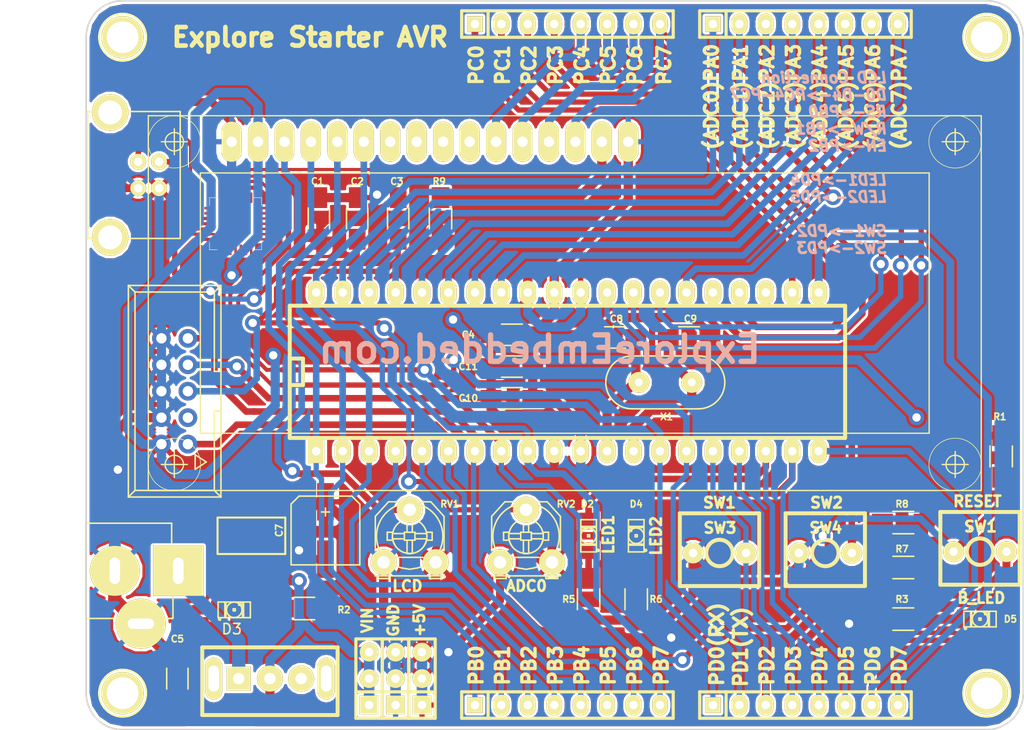
<source format=kicad_pcb>
(kicad_pcb (version 4) (host pcbnew "(2015-01-16 BZR 5376)-product")
  (layers (0 F.Cu signal) (31 B.Cu signal) (34 B.Paste user) (35 F.Paste user) (36 B.SilkS user) (37 F.SilkS user) (38 B.Mask user) (39 F.Mask user) (44 Edge.Cuts user))
  (net 0 "")
  (net 1 /+5V)
  (net 2 /BL)
  (net 3 /D4)
  (net 4 /D5)
  (net 5 /D6)
  (net 6 /D7)
  (net 7 "/DC IN")
  (net 8 /DRST)
  (net 9 /E)
  (net 10 /MISO)
  (net 11 /MOSI)
  (net 12 /R/W)
  (net 13 /RS)
  (net 14 /S1)
  (net 15 /S2)
  (net 16 /SCK)
  (net 17 /rst)
  (net 18 /rxd)
  (net 19 /txd)
  (net 20 GND)
  (net 21 "Net-(C2-Pad2)")
  (net 22 "Net-(C8-Pad2)")
  (net 23 "Net-(C9-Pad2)")
  (net 24 "Net-(D2-Pad2)")
  (net 25 "Net-(D3-Pad1)")
  (net 26 "Net-(D4-Pad2)")
  (net 27 "Net-(D5-Pad2)")
  (net 28 "Net-(IC1-Pad4)")
  (net 29 "Net-(IC1-Pad5)")
  (net 30 "Net-(IC1-Pad21)")
  (net 31 "Net-(IC1-Pad22)")
  (net 32 "Net-(IC1-Pad23)")
  (net 33 "Net-(IC1-Pad24)")
  (net 34 "Net-(IC1-Pad25)")
  (net 35 "Net-(IC1-Pad33)")
  (net 36 "Net-(IC1-Pad34)")
  (net 37 "Net-(IC1-Pad35)")
  (net 38 "Net-(IC1-Pad36)")
  (net 39 "Net-(IC1-Pad37)")
  (net 40 "Net-(IC1-Pad38)")
  (net 41 "Net-(IC1-Pad39)")
  (net 42 /ADC0)
  (net 43 "Net-(K1-Pad1)")
  (net 44 "Net-(LCD1-Pad3)")
  (net 45 "Net-(LCD1-Pad7)")
  (net 46 "Net-(LCD1-Pad8)")
  (net 47 "Net-(LCD1-Pad9)")
  (net 48 "Net-(LCD1-Pad10)")
  (net 49 "Net-(LCD1-Pad15)")
  (net 50 "Net-(P6-Pad3)")
  (net 51 "Net-(U1-Pad2)")
  (net 52 "Net-(U1-Pad1)")
  (net 53 "Net-(U1-Pad27)")
  (net 54 "Net-(U1-Pad24)")
  (net 55 "Net-(U1-Pad23)")
  (net 56 "Net-(U1-Pad22)")
  (net 57 "Net-(U1-Pad21)")
  (net 58 "Net-(U1-Pad20)")
  (net 59 "Net-(U1-Pad18)")
  (net 60 "Net-(U1-Pad17)")
  (net 61 "Net-(U1-Pad16)")
  (net 62 "Net-(U1-Pad15)")
  (net 63 "Net-(U1-Pad14)")
  (net 64 "Net-(U1-Pad13)")
  (net 65 "Net-(U1-Pad12)")
  (net 66 "Net-(U1-Pad11)")
  (net 67 "Net-(U1-Pad10)")
  (net 68 "Net-(U1-Pad9)")
  (net 69 "Net-(CON1-Pad2)")
  (net 70 "Net-(CON1-Pad3)")
  (net 71 /L1)
  (net 72 /L2)
  (module Connect:USB_B (layer F.Cu) (at 48.024 63.009 180)
    (fp_text reference CON1 hide)
    (fp_text value USB-MICRO-B hide)
    (pad 2 thru_hole circle (at 0 2.54 90) (size 1.524 1.524) (drill 0.8128) (layers *.Cu *.Mask F.SilkS) (net 69 "Net-(CON1-Pad2)"))
    (pad 1 thru_hole circle (at 0 0 90) (size 1.524 1.524) (drill 0.8128) (layers *.Cu *.Mask F.SilkS) (net 1 /+5V))
    (pad 4 thru_hole circle (at 1.99898 0 90) (size 1.524 1.524) (drill 0.8128) (layers *.Cu *.Mask F.SilkS) (net 20 GND))
    (pad 3 thru_hole circle (at 1.99898 2.54 90) (size 1.524 1.524) (drill 0.8128) (layers *.Cu *.Mask F.SilkS) (net 70 "Net-(CON1-Pad3)"))
    (pad "" thru_hole circle (at 4.699 7.26948 90) (size 3.5 3.5) (drill 2.30124) (layers *.Cu *.Mask F.SilkS))
    (pad "" thru_hole circle (at 4.699 -4.72948 90) (size 3.5 3.5) (drill 2.30124) (layers *.Cu *.Mask F.SilkS))
  )
  (module EE:SW_PUSH_SMALL_2pin_3D_xl (layer F.Cu) (at 112.014 98.044)
    (fp_text reference SW4 (at 0.04572 -2.40284) (layer F.SilkS) (effects (font (size 1.016 1.016) (thickness 0.254))))
    (fp_text value SPST hide)
    (pad 1 thru_hole circle (at -2.54 0) (size 2 2) (drill 0.8128) (layers *.Cu *.Mask F.SilkS) (net 20 GND))
    (pad 2 thru_hole circle (at 2.54 0) (size 2 2) (drill 0.8128) (layers *.Cu *.Mask F.SilkS) (net 15 /S2))
  )
  (module Capacitors_SMD:c_elec_6.3x4.5 (layer F.Cu) (at 64.008 95.885 90)
    (fp_text reference C7 (at 0 -4.445 90) (layer F.SilkS) (effects (font (size 0.635 0.635))))
    (fp_text value "100uF, 25V" hide)
    (pad 1 smd rect (at 2.75082 0 90) (size 3.59918 1.6002) (layers F.Cu F.Paste F.Mask) (net 1 /+5V))
    (pad 2 smd rect (at -2.75082 0 90) (size 3.59918 1.6002) (layers F.Cu F.Paste F.Mask) (net 20 GND))
  )
  (module SIL-3 (layer F.Cu) (at 68.199 110.109 90)
    (fp_text reference K4 hide)
    (fp_text value CONN_3 hide)
    (pad 1 thru_hole rect (at -2.54 0 90) (size 1.8 1.8) (drill 0.8128) (layers *.Cu *.Mask F.SilkS) (net 7 "/DC IN"))
    (pad 2 thru_hole circle (at 0 0 90) (size 1.8 1.8) (drill 0.8128) (layers *.Cu *.Mask F.SilkS) (net 7 "/DC IN"))
    (pad 3 thru_hole circle (at 2.54 0 90) (size 1.8 1.8) (drill 0.8128) (layers *.Cu *.Mask F.SilkS) (net 7 "/DC IN"))
  )
  (module SIL-3 (layer F.Cu) (at 70.739 110.109 90)
    (fp_text reference K3 hide)
    (fp_text value CONN_3 hide)
    (pad 1 thru_hole rect (at -2.54 0 90) (size 1.8 1.8) (drill 0.8128) (layers *.Cu *.Mask F.SilkS) (net 20 GND))
    (pad 2 thru_hole circle (at 0 0 90) (size 1.8 1.8) (drill 0.8128) (layers *.Cu *.Mask F.SilkS) (net 20 GND))
    (pad 3 thru_hole circle (at 2.54 0 90) (size 1.8 1.8) (drill 0.8128) (layers *.Cu *.Mask F.SilkS) (net 20 GND))
  )
  (module SIL-3 (layer F.Cu) (at 73.279 110.109 90)
    (fp_text reference K2 hide)
    (fp_text value CONN_3 hide)
    (pad 1 thru_hole rect (at -2.54 0 90) (size 1.8 1.8) (drill 0.8128) (layers *.Cu *.Mask F.SilkS) (net 1 /+5V))
    (pad 2 thru_hole circle (at 0 0 90) (size 1.8 1.8) (drill 0.8128) (layers *.Cu *.Mask F.SilkS) (net 1 /+5V))
    (pad 3 thru_hole circle (at 2.54 0 90) (size 1.8 1.8) (drill 0.8128) (layers *.Cu *.Mask F.SilkS) (net 1 /+5V))
  )
  (module DIP-40__600_ELL (layer F.Cu) (at 87.249 80.645)
    (fp_text reference IC1 hide)
    (fp_text value ATMEGA32-P hide)
    (pad 1 thru_hole rect (at -24.13 7.62) (size 1.5748 2.286) (drill 0.8128) (layers *.Cu *.Mask F.SilkS) (net 13 /RS))
    (pad 2 thru_hole oval (at -21.59 7.62) (size 1.5748 2.286) (drill 0.8128) (layers *.Cu *.Mask F.SilkS) (net 12 /R/W))
    (pad 3 thru_hole oval (at -19.05 7.62) (size 1.5748 2.286) (drill 0.8128) (layers *.Cu *.Mask F.SilkS) (net 9 /E))
    (pad 4 thru_hole oval (at -16.51 7.62) (size 1.5748 2.286) (drill 0.8128) (layers *.Cu *.Mask F.SilkS) (net 28 "Net-(IC1-Pad4)"))
    (pad 5 thru_hole oval (at -13.97 7.62) (size 1.5748 2.286) (drill 0.8128) (layers *.Cu *.Mask F.SilkS) (net 29 "Net-(IC1-Pad5)"))
    (pad 6 thru_hole oval (at -11.43 7.62) (size 1.5748 2.286) (drill 0.8128) (layers *.Cu *.Mask F.SilkS) (net 11 /MOSI))
    (pad 7 thru_hole oval (at -8.89 7.62) (size 1.5748 2.286) (drill 0.8128) (layers *.Cu *.Mask F.SilkS) (net 10 /MISO))
    (pad 8 thru_hole oval (at -6.35 7.62) (size 1.5748 2.286) (drill 0.8128) (layers *.Cu *.Mask F.SilkS) (net 16 /SCK))
    (pad 9 thru_hole oval (at -3.81 7.62) (size 1.5748 2.286) (drill 0.8128) (layers *.Cu *.Mask F.SilkS) (net 17 /rst))
    (pad 10 thru_hole oval (at -1.27 7.62) (size 1.5748 2.286) (drill 0.8128) (layers *.Cu *.Mask F.SilkS) (net 1 /+5V))
    (pad 11 thru_hole oval (at 1.27 7.62) (size 1.5748 2.286) (drill 0.8128) (layers *.Cu *.Mask F.SilkS) (net 20 GND))
    (pad 12 thru_hole oval (at 3.81 7.62) (size 1.5748 2.286) (drill 0.8128) (layers *.Cu *.Mask F.SilkS) (net 22 "Net-(C8-Pad2)"))
    (pad 13 thru_hole oval (at 6.35 7.62) (size 1.5748 2.286) (drill 0.8128) (layers *.Cu *.Mask F.SilkS) (net 23 "Net-(C9-Pad2)"))
    (pad 14 thru_hole oval (at 8.89 7.62) (size 1.5748 2.286) (drill 0.8128) (layers *.Cu *.Mask F.SilkS) (net 18 /rxd))
    (pad 15 thru_hole oval (at 11.43 7.62) (size 1.5748 2.286) (drill 0.8128) (layers *.Cu *.Mask F.SilkS) (net 19 /txd))
    (pad 16 thru_hole oval (at 13.97 7.62) (size 1.5748 2.286) (drill 0.8128) (layers *.Cu *.Mask F.SilkS) (net 14 /S1))
    (pad 17 thru_hole oval (at 16.51 7.62) (size 1.5748 2.286) (drill 0.8128) (layers *.Cu *.Mask F.SilkS) (net 15 /S2))
    (pad 18 thru_hole oval (at 19.05 7.62) (size 1.5748 2.286) (drill 0.8128) (layers *.Cu *.Mask F.SilkS) (net 71 /L1))
    (pad 19 thru_hole oval (at 21.59 7.62) (size 1.5748 2.286) (drill 0.8128) (layers *.Cu *.Mask F.SilkS) (net 72 /L2))
    (pad 20 thru_hole oval (at 24.13 7.62) (size 1.5748 2.286) (drill 0.8128) (layers *.Cu *.Mask F.SilkS) (net 2 /BL))
    (pad 21 thru_hole oval (at 24.13 -7.62) (size 1.5748 2.286) (drill 0.8128) (layers *.Cu *.Mask F.SilkS) (net 30 "Net-(IC1-Pad21)"))
    (pad 22 thru_hole oval (at 21.59 -7.62) (size 1.5748 2.286) (drill 0.8128) (layers *.Cu *.Mask F.SilkS) (net 31 "Net-(IC1-Pad22)"))
    (pad 23 thru_hole oval (at 19.05 -7.62) (size 1.5748 2.286) (drill 0.8128) (layers *.Cu *.Mask F.SilkS) (net 32 "Net-(IC1-Pad23)"))
    (pad 24 thru_hole oval (at 16.51 -7.62) (size 1.5748 2.286) (drill 0.8128) (layers *.Cu *.Mask F.SilkS) (net 33 "Net-(IC1-Pad24)"))
    (pad 25 thru_hole oval (at 13.97 -7.62) (size 1.5748 2.286) (drill 0.8128) (layers *.Cu *.Mask F.SilkS) (net 34 "Net-(IC1-Pad25)"))
    (pad 26 thru_hole oval (at 11.43 -7.62) (size 1.5748 2.286) (drill 0.8128) (layers *.Cu *.Mask F.SilkS) (net 3 /D4))
    (pad 27 thru_hole oval (at 8.89 -7.62) (size 1.5748 2.286) (drill 0.8128) (layers *.Cu *.Mask F.SilkS) (net 4 /D5))
    (pad 28 thru_hole oval (at 6.35 -7.62) (size 1.5748 2.286) (drill 0.8128) (layers *.Cu *.Mask F.SilkS) (net 5 /D6))
    (pad 29 thru_hole oval (at 3.81 -7.62) (size 1.5748 2.286) (drill 0.8128) (layers *.Cu *.Mask F.SilkS) (net 6 /D7))
    (pad 30 thru_hole oval (at 1.27 -7.62) (size 1.5748 2.286) (drill 0.8128) (layers *.Cu *.Mask F.SilkS) (net 1 /+5V))
    (pad 31 thru_hole oval (at -1.27 -7.62) (size 1.5748 2.286) (drill 0.8128) (layers *.Cu *.Mask F.SilkS) (net 20 GND))
    (pad 32 thru_hole oval (at -3.81 -7.62) (size 1.5748 2.286) (drill 0.8128) (layers *.Cu *.Mask F.SilkS) (net 1 /+5V))
    (pad 33 thru_hole oval (at -6.35 -7.62) (size 1.5748 2.286) (drill 0.8128) (layers *.Cu *.Mask F.SilkS) (net 35 "Net-(IC1-Pad33)"))
    (pad 34 thru_hole oval (at -8.89 -7.62) (size 1.5748 2.286) (drill 0.8128) (layers *.Cu *.Mask F.SilkS) (net 36 "Net-(IC1-Pad34)"))
    (pad 35 thru_hole oval (at -11.43 -7.62) (size 1.5748 2.286) (drill 0.8128) (layers *.Cu *.Mask F.SilkS) (net 37 "Net-(IC1-Pad35)"))
    (pad 36 thru_hole oval (at -13.97 -7.62) (size 1.5748 2.286) (drill 0.8128) (layers *.Cu *.Mask F.SilkS) (net 38 "Net-(IC1-Pad36)"))
    (pad 37 thru_hole oval (at -16.51 -7.62) (size 1.5748 2.286) (drill 0.8128) (layers *.Cu *.Mask F.SilkS) (net 39 "Net-(IC1-Pad37)"))
    (pad 38 thru_hole oval (at -19.05 -7.62) (size 1.5748 2.286) (drill 0.8128) (layers *.Cu *.Mask F.SilkS) (net 40 "Net-(IC1-Pad38)"))
    (pad 39 thru_hole oval (at -21.59 -7.62) (size 1.5748 2.286) (drill 0.8128) (layers *.Cu *.Mask F.SilkS) (net 41 "Net-(IC1-Pad39)"))
    (pad 40 thru_hole oval (at -24.13 -7.62) (size 1.5748 2.286) (drill 0.8128) (layers *.Cu *.Mask F.SilkS) (net 42 /ADC0))
  )
  (module SIL-8_xl (layer F.Cu) (at 87.249 112.649)
    (fp_text reference J3 hide)
    (fp_text value SIL8 hide)
    (pad 1 thru_hole rect (at -8.89 0) (size 1.5 1.5) (drill 0.8128) (layers *.Cu *.Mask F.SilkS) (net 13 /RS))
    (pad 2 thru_hole oval (at -6.35 0) (size 1.5 2) (drill 0.8128) (layers *.Cu *.Mask F.SilkS) (net 12 /R/W))
    (pad 3 thru_hole oval (at -3.81 0) (size 1.5 2) (drill 0.8128) (layers *.Cu *.Mask F.SilkS) (net 9 /E))
    (pad 4 thru_hole oval (at -1.27 0) (size 1.5 2) (drill 0.8128) (layers *.Cu *.Mask F.SilkS) (net 28 "Net-(IC1-Pad4)"))
    (pad 5 thru_hole oval (at 1.27 0) (size 1.5 2) (drill 0.8128) (layers *.Cu *.Mask F.SilkS) (net 29 "Net-(IC1-Pad5)"))
    (pad 6 thru_hole oval (at 3.81 0) (size 1.5 2) (drill 0.8128) (layers *.Cu *.Mask F.SilkS) (net 11 /MOSI))
    (pad 7 thru_hole oval (at 6.35 0) (size 1.5 2) (drill 0.8128) (layers *.Cu *.Mask F.SilkS) (net 10 /MISO))
    (pad 8 thru_hole oval (at 8.89 0) (size 1.5 2) (drill 0.8128) (layers *.Cu *.Mask F.SilkS) (net 16 /SCK))
  )
  (module SIL-8_xl (layer F.Cu) (at 110.109 47.244)
    (fp_text reference J2 hide)
    (fp_text value SIL8 hide)
    (pad 1 thru_hole rect (at -8.89 0) (size 1.5 1.5) (drill 0.8128) (layers *.Cu *.Mask F.SilkS) (net 42 /ADC0))
    (pad 2 thru_hole oval (at -6.35 0) (size 1.5 2) (drill 0.8128) (layers *.Cu *.Mask F.SilkS) (net 41 "Net-(IC1-Pad39)"))
    (pad 3 thru_hole oval (at -3.81 0) (size 1.5 2) (drill 0.8128) (layers *.Cu *.Mask F.SilkS) (net 40 "Net-(IC1-Pad38)"))
    (pad 4 thru_hole oval (at -1.27 0) (size 1.5 2) (drill 0.8128) (layers *.Cu *.Mask F.SilkS) (net 39 "Net-(IC1-Pad37)"))
    (pad 5 thru_hole oval (at 1.27 0) (size 1.5 2) (drill 0.8128) (layers *.Cu *.Mask F.SilkS) (net 38 "Net-(IC1-Pad36)"))
    (pad 6 thru_hole oval (at 3.81 0) (size 1.5 2) (drill 0.8128) (layers *.Cu *.Mask F.SilkS) (net 37 "Net-(IC1-Pad35)"))
    (pad 7 thru_hole oval (at 6.35 0) (size 1.5 2) (drill 0.8128) (layers *.Cu *.Mask F.SilkS) (net 36 "Net-(IC1-Pad34)"))
    (pad 8 thru_hole oval (at 8.89 0) (size 1.5 2) (drill 0.8128) (layers *.Cu *.Mask F.SilkS) (net 35 "Net-(IC1-Pad33)"))
  )
  (module SIL-8_xl (layer F.Cu) (at 87.249 47.244)
    (fp_text reference J4 hide)
    (fp_text value SIL8 hide)
    (pad 1 thru_hole rect (at -8.89 0) (size 1.5 1.5) (drill 0.8128) (layers *.Cu *.Mask F.SilkS) (net 31 "Net-(IC1-Pad22)"))
    (pad 2 thru_hole oval (at -6.35 0) (size 1.5 2) (drill 0.8128) (layers *.Cu *.Mask F.SilkS) (net 32 "Net-(IC1-Pad23)"))
    (pad 3 thru_hole oval (at -3.81 0) (size 1.5 2) (drill 0.8128) (layers *.Cu *.Mask F.SilkS) (net 33 "Net-(IC1-Pad24)"))
    (pad 4 thru_hole oval (at -1.27 0) (size 1.5 2) (drill 0.8128) (layers *.Cu *.Mask F.SilkS) (net 34 "Net-(IC1-Pad25)"))
    (pad 5 thru_hole oval (at 1.27 0) (size 1.5 2) (drill 0.8128) (layers *.Cu *.Mask F.SilkS) (net 3 /D4))
    (pad 6 thru_hole oval (at 3.81 0) (size 1.5 2) (drill 0.8128) (layers *.Cu *.Mask F.SilkS) (net 4 /D5))
    (pad 7 thru_hole oval (at 6.35 0) (size 1.5 2) (drill 0.8128) (layers *.Cu *.Mask F.SilkS) (net 5 /D6))
    (pad 8 thru_hole oval (at 8.89 0) (size 1.5 2) (drill 0.8128) (layers *.Cu *.Mask F.SilkS) (net 6 /D7))
  )
  (module SIL-8_xl (layer F.Cu) (at 110.109 112.649)
    (fp_text reference J5 hide)
    (fp_text value SIL8 hide)
    (pad 1 thru_hole rect (at -8.89 0) (size 1.5 1.5) (drill 0.8128) (layers *.Cu *.Mask F.SilkS) (net 18 /rxd))
    (pad 2 thru_hole oval (at -6.35 0) (size 1.5 2) (drill 0.8128) (layers *.Cu *.Mask F.SilkS) (net 19 /txd))
    (pad 3 thru_hole oval (at -3.81 0) (size 1.5 2) (drill 0.8128) (layers *.Cu *.Mask F.SilkS) (net 14 /S1))
    (pad 4 thru_hole oval (at -1.27 0) (size 1.5 2) (drill 0.8128) (layers *.Cu *.Mask F.SilkS) (net 15 /S2))
    (pad 5 thru_hole oval (at 1.27 0) (size 1.5 2) (drill 0.8128) (layers *.Cu *.Mask F.SilkS) (net 71 /L1))
    (pad 6 thru_hole oval (at 3.81 0) (size 1.5 2) (drill 0.8128) (layers *.Cu *.Mask F.SilkS) (net 72 /L2))
    (pad 7 thru_hole oval (at 6.35 0) (size 1.5 2) (drill 0.8128) (layers *.Cu *.Mask F.SilkS) (net 2 /BL))
    (pad 8 thru_hole oval (at 8.89 0) (size 1.5 2) (drill 0.8128) (layers *.Cu *.Mask F.SilkS) (net 30 "Net-(IC1-Pad21)"))
  )
  (module Connect:VASCH5x2 (layer F.Cu) (at 49.524 82.509 90)
    (fp_text reference P6 hide)
    (fp_text value CONN_5X2 hide)
    (pad 1 thru_hole circle (at -5.08 1.27 90) (size 1.8 1.8) (drill 0.99822) (layers *.Cu *.Mask) (net 11 /MOSI))
    (pad 2 thru_hole circle (at -5.08 -1.27 90) (size 1.8 1.8) (drill 0.99822) (layers *.Cu *.Mask) (net 1 /+5V))
    (pad 3 thru_hole circle (at -2.54 1.27 90) (size 1.8 1.8) (drill 0.99822) (layers *.Cu *.Mask) (net 50 "Net-(P6-Pad3)"))
    (pad 4 thru_hole circle (at -2.54 -1.27 90) (size 1.8 1.8) (drill 0.99822) (layers *.Cu *.Mask) (net 20 GND))
    (pad 5 thru_hole circle (at 0 1.27 90) (size 1.8 1.8) (drill 0.99822) (layers *.Cu *.Mask) (net 17 /rst))
    (pad 6 thru_hole circle (at 0 -1.27 90) (size 1.8 1.8) (drill 0.99822) (layers *.Cu *.Mask) (net 20 GND))
    (pad 7 thru_hole circle (at 2.54 1.27 90) (size 1.8 1.8) (drill 0.99822) (layers *.Cu *.Mask) (net 16 /SCK))
    (pad 8 thru_hole circle (at 2.54 -1.27 90) (size 1.8 1.8) (drill 0.99822) (layers *.Cu *.Mask) (net 20 GND))
    (pad 9 thru_hole circle (at 5.08 1.27 90) (size 1.8 1.8) (drill 0.99822) (layers *.Cu *.Mask) (net 10 /MISO))
    (pad 10 thru_hole circle (at 5.08 -1.27 90) (size 1.8 1.8) (drill 0.99822) (layers *.Cu *.Mask) (net 20 GND))
  )
  (module Potentiometers:Potentiometer_Triwood_RM-065 (layer F.Cu) (at 69.596 98.933)
    (fp_text reference RV1 (at 6.35 -5.588) (layer F.SilkS) (effects (font (size 0.635 0.635))))
    (fp_text value 10K hide)
    (pad 2 thru_hole circle (at 2.49936 -5.03936) (size 2.49936 2.49936) (drill 1.19888) (layers *.Cu *.Mask F.SilkS) (net 44 "Net-(LCD1-Pad3)"))
    (pad 3 thru_hole circle (at 4.99872 0) (size 2.49936 2.49936) (drill 1.19888) (layers *.Cu *.Mask F.SilkS) (net 1 /+5V))
    (pad 1 thru_hole circle (at 0 0) (size 2.49936 2.49936) (drill 1.19888) (layers *.Cu *.Mask F.SilkS) (net 20 GND))
  )
  (module Potentiometers:Potentiometer_Triwood_RM-065 (layer F.Cu) (at 80.772 98.933)
    (fp_text reference RV2 (at 6.35 -5.588) (layer F.SilkS) (effects (font (size 0.635 0.635))))
    (fp_text value 10K hide)
    (pad 2 thru_hole circle (at 2.49936 -5.03936) (size 2.49936 2.49936) (drill 1.19888) (layers *.Cu *.Mask F.SilkS) (net 42 /ADC0))
    (pad 3 thru_hole circle (at 4.99872 0) (size 2.49936 2.49936) (drill 1.19888) (layers *.Cu *.Mask F.SilkS) (net 1 /+5V))
    (pad 1 thru_hole circle (at 0 0) (size 2.49936 2.49936) (drill 1.19888) (layers *.Cu *.Mask F.SilkS) (net 20 GND))
  )
  (module EE:SW_PUSH_SMALL_2pin_3D_xl (layer F.Cu) (at 126.873 97.917)
    (fp_text reference SW1 (at 0.04572 -2.40284) (layer F.SilkS) (effects (font (size 1.016 1.016) (thickness 0.254))))
    (fp_text value rst hide)
    (pad 1 thru_hole circle (at -2.54 0) (size 2 2) (drill 0.8128) (layers *.Cu *.Mask F.SilkS) (net 17 /rst))
    (pad 2 thru_hole circle (at 2.54 0) (size 2 2) (drill 0.8128) (layers *.Cu *.Mask F.SilkS) (net 20 GND))
  )
  (module EE:cp2102_xl2 (layer F.Cu) (at 55.372 66.421)
    (fp_text reference U1 hide)
    (fp_text value CP2102 hide)
    (pad 7 smd rect (at -2.49936 1.50114) (size 1.00076 0.23114) (layers F.Cu F.Paste F.Mask) (net 1 /+5V))
    (pad 6 smd rect (at -2.49936 1.00076) (size 1.00076 0.23114) (layers F.Cu F.Paste F.Mask) (net 21 "Net-(C2-Pad2)"))
    (pad 5 smd rect (at -2.49936 0.50038) (size 1.00076 0.23114) (layers F.Cu F.Paste F.Mask) (net 69 "Net-(CON1-Pad2)"))
    (pad 4 smd rect (at -2.49936 0) (size 1.00076 0.23114) (layers F.Cu F.Paste F.Mask) (net 70 "Net-(CON1-Pad3)"))
    (pad 3 smd rect (at -2.49936 -0.50038) (size 1.00076 0.23114) (layers F.Cu F.Paste F.Mask) (net 20 GND))
    (pad 2 smd rect (at -2.49936 -1.00076) (size 1.00076 0.23114) (layers F.Cu F.Paste F.Mask) (net 51 "Net-(U1-Pad2)"))
    (pad 1 smd rect (at -2.49936 -1.50114) (size 1.00076 0.23114) (layers F.Cu F.Paste F.Mask) (net 52 "Net-(U1-Pad1)"))
    (pad 28 smd rect (at -1.50114 -2.49936) (size 0.23114 1.00076) (layers F.Cu F.Paste F.Mask) (net 8 /DRST))
    (pad 27 smd rect (at -1.00076 -2.49936) (size 0.23114 1.00076) (layers F.Cu F.Paste F.Mask) (net 53 "Net-(U1-Pad27)"))
    (pad 26 smd rect (at -0.50038 -2.49936) (size 0.23114 1.00076) (layers F.Cu F.Paste F.Mask) (net 18 /rxd))
    (pad 25 smd rect (at 0 -2.49936) (size 0.23114 1.00076) (layers F.Cu F.Paste F.Mask) (net 19 /txd))
    (pad 24 smd rect (at 0.50038 -2.49936) (size 0.23114 1.00076) (layers F.Cu F.Paste F.Mask) (net 54 "Net-(U1-Pad24)"))
    (pad 23 smd rect (at 1.00076 -2.49936) (size 0.23114 1.00076) (layers F.Cu F.Paste F.Mask) (net 55 "Net-(U1-Pad23)"))
    (pad 22 smd rect (at 1.50114 -2.49936) (size 0.23114 1.00076) (layers F.Cu F.Paste F.Mask) (net 56 "Net-(U1-Pad22)"))
    (pad 21 smd rect (at 2.49936 -1.50114) (size 1.00076 0.23114) (layers F.Cu F.Paste F.Mask) (net 57 "Net-(U1-Pad21)"))
    (pad 20 smd rect (at 2.49936 -1.00076) (size 1.00076 0.23114) (layers F.Cu F.Paste F.Mask) (net 58 "Net-(U1-Pad20)"))
    (pad 19 smd rect (at 2.49936 -0.50038) (size 1.00076 0.23114) (layers F.Cu F.Paste F.Mask))
    (pad 18 smd rect (at 2.49936 0) (size 1.00076 0.23114) (layers F.Cu F.Paste F.Mask) (net 59 "Net-(U1-Pad18)"))
    (pad 17 smd rect (at 2.49936 0.50038) (size 1.00076 0.23114) (layers F.Cu F.Paste F.Mask) (net 60 "Net-(U1-Pad17)"))
    (pad 16 smd rect (at 2.49936 1.00076) (size 1.00076 0.23114) (layers F.Cu F.Paste F.Mask) (net 61 "Net-(U1-Pad16)"))
    (pad 15 smd rect (at 2.49936 1.50114) (size 1.00076 0.23114) (layers F.Cu F.Paste F.Mask) (net 62 "Net-(U1-Pad15)"))
    (pad 14 smd rect (at 1.50114 2.49936) (size 0.23114 1.00076) (layers F.Cu F.Paste F.Mask) (net 63 "Net-(U1-Pad14)"))
    (pad 13 smd rect (at 1.00076 2.49936) (size 0.23114 1.00076) (layers F.Cu F.Paste F.Mask) (net 64 "Net-(U1-Pad13)"))
    (pad 12 smd rect (at 0.50038 2.49936) (size 0.23114 1.00076) (layers F.Cu F.Paste F.Mask) (net 65 "Net-(U1-Pad12)"))
    (pad 11 smd rect (at 0 2.49936) (size 0.23114 1.00076) (layers F.Cu F.Paste F.Mask) (net 66 "Net-(U1-Pad11)"))
    (pad 10 smd rect (at -0.50038 2.49936) (size 0.23114 1.00076) (layers F.Cu F.Paste F.Mask) (net 67 "Net-(U1-Pad10)"))
    (pad 9 smd rect (at -1.00076 2.49936) (size 0.23114 1.00076) (layers F.Cu F.Paste F.Mask) (net 68 "Net-(U1-Pad9)"))
    (pad 8 smd rect (at -1.50114 2.49936) (size 0.23114 1.00076) (layers F.Cu F.Paste F.Mask) (net 1 /+5V))
    (pad 29 smd rect (at 0 0) (size 1.50114 1.50114) (layers F.Cu F.Paste F.Mask))
    (pad "" smd circle (at -2.25044 -2.25044) (size 0.29972 0.29972) (layers F.Cu F.Paste F.Mask))
  )
  (module EE:lm1117_xl (layer F.Cu) (at 56.896 96.393)
    (fp_text reference U2 hide)
    (fp_text value LM317S hide)
    (pad 2 smd rect (at 0 2.75082) (size 1.00076 2.49936) (layers F.Cu F.Paste F.Mask) (net 1 /+5V))
    (pad 3 smd rect (at 2.25044 2.75082) (size 1.00076 2.49936) (layers F.Cu F.Paste F.Mask) (net 7 "/DC IN"))
    (pad 1 smd rect (at -2.25044 2.75082) (size 1.00076 2.49936) (layers F.Cu F.Paste F.Mask) (net 20 GND))
    (pad "" smd rect (at 0 -2.99974) (size 2.99974 2.49936) (layers F.Cu F.Paste F.Mask))
  )
  (module Crystals:HC-49V (layer F.Cu) (at 96.647 81.661 180)
    (fp_text reference X1 (at -0.127 -3.302 180) (layer F.SilkS) (effects (font (size 0.635 0.635))))
    (fp_text value 16Mhz hide)
    (pad 1 thru_hole circle (at -2.54 0 180) (size 2 2) (drill 0.762) (layers *.Cu *.Mask F.SilkS) (net 23 "Net-(C9-Pad2)"))
    (pad 2 thru_hole circle (at 2.54 0 180) (size 2 2) (drill 0.762) (layers *.Cu *.Mask F.SilkS) (net 22 "Net-(C8-Pad2)"))
  )
  (module Capacitors_SMD:C_1206_HandSoldering (layer F.Cu) (at 81.915 83.185)
    (fp_text reference C10 (at -4.191 0) (layer F.SilkS) (effects (font (size 0.635 0.635))))
    (fp_text value 0.1uF hide)
    (pad 1 smd rect (at -2 0) (size 2 1.6) (layers F.Cu F.Paste F.Mask) (net 1 /+5V))
    (pad 2 smd rect (at 2 0) (size 2 1.6) (layers F.Cu F.Paste F.Mask) (net 20 GND))
  )
  (module Capacitors_SMD:C_1206_HandSoldering (layer F.Cu) (at 81.915 80.137)
    (fp_text reference C11 (at -4.191 0) (layer F.SilkS) (effects (font (size 0.635 0.635))))
    (fp_text value 0.1uF hide)
    (pad 1 smd rect (at -2 0) (size 2 1.6) (layers F.Cu F.Paste F.Mask) (net 1 /+5V))
    (pad 2 smd rect (at 2 0) (size 2 1.6) (layers F.Cu F.Paste F.Mask) (net 20 GND))
  )
  (module Connect:1pin (layer F.Cu) (at 44.524 111.509)
    (fp_text reference P1 hide)
    (fp_text value CONN_1 hide)
    (pad "" np_thru_hole circle (at 0 0) (size 4.064 4.064) (drill 3.048) (layers *.Cu *.Mask F.SilkS))
  )
  (module Connect:1pin (layer F.Cu) (at 44.524 48.509)
    (fp_text reference P2 hide)
    (fp_text value CONN_1 hide)
    (pad "" np_thru_hole circle (at 0 0) (size 4.064 4.064) (drill 3.048) (layers *.Cu *.Mask F.SilkS))
  )
  (module Connect:1pin (layer F.Cu) (at 127.524 48.509)
    (fp_text reference P3 hide)
    (fp_text value CONN_1 hide)
    (pad "" np_thru_hole circle (at 0 0) (size 4.064 4.064) (drill 3.048) (layers *.Cu *.Mask F.SilkS))
  )
  (module Connect:1pin (layer F.Cu) (at 127.524 111.509)
    (fp_text reference P4 hide)
    (fp_text value CONN_1 hide)
    (pad "" np_thru_hole circle (at 0 0) (size 4.064 4.064) (drill 3.048) (layers *.Cu *.Mask F.SilkS))
  )
  (module EE:SW_PUSH_SMALL_2pin_3D_xl (layer F.Cu) (at 101.854 98.044)
    (fp_text reference SW3 (at 0.04572 -2.40284) (layer F.SilkS) (effects (font (size 1.016 1.016) (thickness 0.254))))
    (fp_text value SPST hide)
    (pad 1 thru_hole circle (at -2.54 0) (size 2 2) (drill 0.8128) (layers *.Cu *.Mask F.SilkS) (net 20 GND))
    (pad 2 thru_hole circle (at 2.54 0) (size 2 2) (drill 0.8128) (layers *.Cu *.Mask F.SilkS) (net 14 /S1))
  )
  (module Capacitors_SMD:C_1206_HandSoldering (layer F.Cu) (at 63.373 65.913 90)
    (fp_text reference C1 (at 3.556 -0.127 180) (layer F.SilkS) (effects (font (size 0.635 0.635) (thickness 0.127))))
    (fp_text value 0.1uF hide)
    (pad 1 smd rect (at -2 0 90) (size 2 1.6) (layers F.Cu F.Paste F.Mask) (net 1 /+5V))
    (pad 2 smd rect (at 2 0 90) (size 2 1.6) (layers F.Cu F.Paste F.Mask) (net 20 GND))
  )
  (module Capacitors_SMD:C_1206_HandSoldering (layer F.Cu) (at 67.056 65.913 270)
    (fp_text reference C2 (at -3.556 0 360) (layer F.SilkS) (effects (font (size 0.635 0.635))))
    (fp_text value 0.1uF hide)
    (pad 1 smd rect (at -2 0 270) (size 2 1.6) (layers F.Cu F.Paste F.Mask) (net 20 GND))
    (pad 2 smd rect (at 2 0 270) (size 2 1.6) (layers F.Cu F.Paste F.Mask) (net 21 "Net-(C2-Pad2)"))
  )
  (module Capacitors_SMD:C_1206_HandSoldering (layer F.Cu) (at 70.993 65.913 270)
    (fp_text reference C3 (at -3.556 0.127 360) (layer F.SilkS) (effects (font (size 0.635 0.635))))
    (fp_text value 0.1uF hide)
    (pad 1 smd rect (at -2 0 270) (size 2 1.6) (layers F.Cu F.Paste F.Mask) (net 8 /DRST))
    (pad 2 smd rect (at 2 0 270) (size 2 1.6) (layers F.Cu F.Paste F.Mask) (net 17 /rst))
  )
  (module Capacitors_SMD:C_1206_HandSoldering (layer F.Cu) (at 81.915 77.089)
    (fp_text reference C4 (at -4.191 0) (layer F.SilkS) (effects (font (size 0.635 0.635))))
    (fp_text value 0.1uF hide)
    (pad 1 smd rect (at -2 0) (size 2 1.6) (layers F.Cu F.Paste F.Mask) (net 1 /+5V))
    (pad 2 smd rect (at 2 0) (size 2 1.6) (layers F.Cu F.Paste F.Mask) (net 20 GND))
  )
  (module Capacitors_SMD:C_1206_HandSoldering (layer F.Cu) (at 49.784 110.109 90)
    (fp_text reference C5 (at 3.81 0 180) (layer F.SilkS) (effects (font (size 0.635 0.635))))
    (fp_text value 0.1uF hide)
    (pad 1 smd rect (at -2 0 90) (size 2 1.6) (layers F.Cu F.Paste F.Mask) (net 7 "/DC IN"))
    (pad 2 smd rect (at 2 0 90) (size 2 1.6) (layers F.Cu F.Paste F.Mask) (net 20 GND))
  )
  (module Resistors_SMD:R_1206_HandSoldering (layer F.Cu) (at 128.905 88.773 90)
    (fp_text reference R1 (at 3.81 -0.127 180) (layer F.SilkS) (effects (font (size 0.635 0.635))))
    (fp_text value 10K hide)
    (pad 1 smd rect (at -2 0 90) (size 2 1.7) (layers F.Cu F.Paste F.Mask) (net 17 /rst))
    (pad 2 smd rect (at 2 0 90) (size 2 1.7) (layers F.Cu F.Paste F.Mask) (net 1 /+5V))
  )
  (module Resistors_SMD:R_1206_HandSoldering (layer F.Cu) (at 61.976 103.378)
    (fp_text reference R2 (at 3.81 0.127) (layer F.SilkS) (effects (font (size 0.635 0.635))))
    (fp_text value 470 hide)
    (pad 1 smd rect (at -2 0) (size 2 1.7) (layers F.Cu F.Paste F.Mask) (net 25 "Net-(D3-Pad1)"))
    (pad 2 smd rect (at 2 0) (size 2 1.7) (layers F.Cu F.Paste F.Mask) (net 1 /+5V))
  )
  (module Resistors_SMD:R_1206_HandSoldering (layer F.Cu) (at 119.507 104.394)
    (fp_text reference R3 (at -0.127 -1.905) (layer F.SilkS) (effects (font (size 0.635 0.635))))
    (fp_text value 470r hide)
    (pad 1 smd rect (at -2 0) (size 2 1.7) (layers F.Cu F.Paste F.Mask) (net 20 GND))
    (pad 2 smd rect (at 2 0) (size 2 1.7) (layers F.Cu F.Paste F.Mask) (net 27 "Net-(D5-Pad2)"))
  )
  (module Resistors_SMD:R_1206_HandSoldering (layer F.Cu) (at 89.281 102.489 90)
    (fp_text reference R5 (at 0 -1.905 180) (layer F.SilkS) (effects (font (size 0.635 0.635))))
    (fp_text value 470r hide)
    (pad 1 smd rect (at -2 0 90) (size 2 1.7) (layers F.Cu F.Paste F.Mask) (net 20 GND))
    (pad 2 smd rect (at 2 0 90) (size 2 1.7) (layers F.Cu F.Paste F.Mask) (net 24 "Net-(D2-Pad2)"))
  )
  (module Resistors_SMD:R_1206_HandSoldering (layer F.Cu) (at 93.853 102.489 90)
    (fp_text reference R6 (at 0 1.905 180) (layer F.SilkS) (effects (font (size 0.635 0.635))))
    (fp_text value 470r hide)
    (pad 1 smd rect (at -2 0 90) (size 2 1.7) (layers F.Cu F.Paste F.Mask) (net 20 GND))
    (pad 2 smd rect (at 2 0 90) (size 2 1.7) (layers F.Cu F.Paste F.Mask) (net 26 "Net-(D4-Pad2)"))
  )
  (module Resistors_SMD:R_1206_HandSoldering (layer F.Cu) (at 119.507 99.441)
    (fp_text reference R7 (at -0.127 -1.778) (layer F.SilkS) (effects (font (size 0.635 0.635))))
    (fp_text value 10k hide)
    (pad 1 smd rect (at -2 0) (size 2 1.7) (layers F.Cu F.Paste F.Mask) (net 14 /S1))
    (pad 2 smd rect (at 2 0) (size 2 1.7) (layers F.Cu F.Paste F.Mask) (net 1 /+5V))
  )
  (module Resistors_SMD:R_1206_HandSoldering (layer F.Cu) (at 119.507 95.123)
    (fp_text reference R8 (at -0.127 -1.778) (layer F.SilkS) (effects (font (size 0.635 0.635))))
    (fp_text value 10k hide)
    (pad 1 smd rect (at -2 0) (size 2 1.7) (layers F.Cu F.Paste F.Mask) (net 15 /S2))
    (pad 2 smd rect (at 2 0) (size 2 1.7) (layers F.Cu F.Paste F.Mask) (net 1 /+5V))
  )
  (module Resistors_SMD:R_1206_HandSoldering (layer F.Cu) (at 75.057 65.913 90)
    (fp_text reference R9 (at 3.556 -0.127 180) (layer F.SilkS) (effects (font (size 0.635 0.635))))
    (fp_text value 2.2k hide)
    (pad 1 smd rect (at -2 0 90) (size 2 1.7) (layers F.Cu F.Paste F.Mask) (net 1 /+5V))
    (pad 2 smd rect (at 2 0 90) (size 2 1.7) (layers F.Cu F.Paste F.Mask) (net 49 "Net-(LCD1-Pad15)"))
  )
  (module Capacitors_SMD:C_1206_HandSoldering (layer F.Cu) (at 91.821 77.343)
    (fp_text reference C8 (at 0.127 -1.778) (layer F.SilkS) (effects (font (size 0.635 0.635))))
    (fp_text value 22pF hide)
    (pad 1 smd rect (at -2 0) (size 2 1.6) (layers F.Cu F.Paste F.Mask) (net 20 GND))
    (pad 2 smd rect (at 2 0) (size 2 1.6) (layers F.Cu F.Paste F.Mask) (net 22 "Net-(C8-Pad2)"))
  )
  (module Capacitors_SMD:C_1206_HandSoldering (layer F.Cu) (at 98.933 77.343 180)
    (fp_text reference C9 (at -0.127 1.778 180) (layer F.SilkS) (effects (font (size 0.635 0.635))))
    (fp_text value 22pF hide)
    (pad 1 smd rect (at -2 0 180) (size 2 1.6) (layers F.Cu F.Paste F.Mask) (net 20 GND))
    (pad 2 smd rect (at 2 0 180) (size 2 1.6) (layers F.Cu F.Paste F.Mask) (net 23 "Net-(C9-Pad2)"))
  )
  (module EE:LED-1206_NEW (layer F.Cu) (at 89.281 96.393 270)
    (fp_text reference D2 (at -3.048 0.127 360) (layer F.SilkS) (effects (font (size 0.635 0.635))))
    (fp_text value LED hide)
    (pad 2 smd rect (at 1.41986 0 90) (size 1.59766 1.80086) (layers F.Cu F.Paste F.Mask) (net 24 "Net-(D2-Pad2)"))
    (pad 1 smd rect (at -1.41986 0 90) (size 1.59766 1.80086) (layers F.Cu F.Paste F.Mask) (net 71 /L1))
  )
  (module EE:LED-1206_NEW (layer F.Cu) (at 55.245 103.505 180)
    (fp_text reference D3 (at 0.236 -1.846 180) (layer F.SilkS))
    (fp_text value LED hide)
    (pad 2 smd rect (at 1.41986 0) (size 1.59766 1.80086) (layers F.Cu F.Paste F.Mask) (net 20 GND))
    (pad 1 smd rect (at -1.41986 0) (size 1.59766 1.80086) (layers F.Cu F.Paste F.Mask) (net 25 "Net-(D3-Pad1)"))
  )
  (module EE:LED-1206_NEW (layer F.Cu) (at 93.853 96.393 270)
    (fp_text reference D4 (at -3.048 0 360) (layer F.SilkS) (effects (font (size 0.635 0.635))))
    (fp_text value LED hide)
    (pad 2 smd rect (at 1.41986 0 90) (size 1.59766 1.80086) (layers F.Cu F.Paste F.Mask) (net 26 "Net-(D4-Pad2)"))
    (pad 1 smd rect (at -1.41986 0 90) (size 1.59766 1.80086) (layers F.Cu F.Paste F.Mask) (net 72 /L2))
  )
  (module EE:LED-1206_NEW (layer F.Cu) (at 126.873 104.394 180)
    (fp_text reference D5 (at -2.921 0 180) (layer F.SilkS) (effects (font (size 0.635 0.635))))
    (fp_text value LED hide)
    (pad 2 smd rect (at 1.41986 0) (size 1.59766 1.80086) (layers F.Cu F.Paste F.Mask) (net 27 "Net-(D5-Pad2)"))
    (pad 1 smd rect (at -1.41986 0) (size 1.59766 1.80086) (layers F.Cu F.Paste F.Mask) (net 2 /BL))
  )
  (module EE:DC_Jack (layer F.Cu) (at 43.774 99.759)
    (fp_text reference K1 hide)
    (fp_text value BARREL hide)
    (pad 2 thru_hole circle (at 0 0) (size 4.8006 4.8006) (drill oval 1.016 2.54) (layers *.Cu *.Mask F.SilkS) (net 20 GND))
    (pad 1 thru_hole rect (at 6.096 0) (size 4.8006 4.8006) (drill oval 1.016 2.54) (layers *.Cu *.Mask F.SilkS) (net 43 "Net-(K1-Pad1)"))
    (pad 3 thru_hole circle (at 2.5 5.08) (size 4.8006 4.8006) (drill oval 2.54 1.016) (layers *.Cu *.Mask F.SilkS) (net 20 GND))
  )
  (module EE:lcd_2x16_led_backlight-HY-1602F (layer F.Cu) (at 52.451 58.547)
    (fp_text reference LCD1 hide)
    (fp_text value LCD_2X16_SIL hide)
    (pad 1 thru_hole oval (at 2.54 0) (size 1.9304 3.8608) (drill 0.99822) (layers *.Cu *.Mask F.Paste F.SilkS) (net 20 GND))
    (pad 2 thru_hole oval (at 5.08 0) (size 1.9304 3.8608) (drill 0.99822) (layers *.Cu *.Mask F.Paste F.SilkS) (net 1 /+5V))
    (pad 3 thru_hole oval (at 7.62 0) (size 1.9304 3.8608) (drill 0.99822) (layers *.Cu *.Mask F.Paste F.SilkS) (net 44 "Net-(LCD1-Pad3)"))
    (pad 4 thru_hole oval (at 10.16 0) (size 1.9304 3.8608) (drill 0.99822) (layers *.Cu *.Mask F.Paste F.SilkS) (net 13 /RS))
    (pad 5 thru_hole oval (at 12.7 0) (size 1.9304 3.8608) (drill 0.99822) (layers *.Cu *.Mask F.Paste F.SilkS) (net 12 /R/W))
    (pad 6 thru_hole oval (at 15.24 0) (size 1.9304 3.8608) (drill 0.99822) (layers *.Cu *.Mask F.Paste F.SilkS) (net 9 /E))
    (pad 7 thru_hole oval (at 17.78 0) (size 1.9304 3.8608) (drill 0.99822) (layers *.Cu *.Mask F.Paste F.SilkS) (net 45 "Net-(LCD1-Pad7)"))
    (pad 8 thru_hole oval (at 20.32 0) (size 1.9304 3.8608) (drill 0.99822) (layers *.Cu *.Mask F.Paste F.SilkS) (net 46 "Net-(LCD1-Pad8)"))
    (pad 9 thru_hole oval (at 22.86 0) (size 1.9304 3.8608) (drill 0.99822) (layers *.Cu *.Mask F.Paste F.SilkS) (net 47 "Net-(LCD1-Pad9)"))
    (pad 10 thru_hole oval (at 25.4 0) (size 1.9304 3.8608) (drill 0.99822) (layers *.Cu *.Mask F.Paste F.SilkS) (net 48 "Net-(LCD1-Pad10)"))
    (pad 11 thru_hole oval (at 27.94 0) (size 1.9304 3.8608) (drill 0.99822) (layers *.Cu *.Mask F.Paste F.SilkS) (net 3 /D4))
    (pad 12 thru_hole oval (at 30.48 0) (size 1.9304 3.8608) (drill 0.99822) (layers *.Cu *.Mask F.Paste F.SilkS) (net 4 /D5))
    (pad 13 thru_hole oval (at 33.02 0) (size 1.9304 3.8608) (drill 0.99822) (layers *.Cu *.Mask F.Paste F.SilkS) (net 5 /D6))
    (pad 14 thru_hole oval (at 35.56 0) (size 1.9304 3.8608) (drill 0.99822) (layers *.Cu *.Mask F.Paste F.SilkS) (net 6 /D7))
    (pad 15 thru_hole oval (at 38.1 0) (size 1.9304 3.8608) (drill 0.99822) (layers *.Cu *.Mask F.Paste F.SilkS) (net 49 "Net-(LCD1-Pad15)"))
    (pad 16 thru_hole oval (at 40.64 0) (size 1.9304 3.8608) (drill 0.99822) (layers *.Cu *.Mask F.Paste F.SilkS) (net 20 GND))
  )
  (module EE:SlideSwitch_Big (layer F.Cu) (at 58.674 110.109)
    (fp_text reference SW2 hide)
    (fp_text value SPST hide)
    (pad 1 thru_hole rect (at -3 0) (size 2.3 2.3) (drill 1.1) (layers *.Cu *.Mask F.SilkS) (net 43 "Net-(K1-Pad1)"))
    (pad 2 thru_hole circle (at 0 0) (size 2.5 2.5) (drill 1.1) (layers *.Cu *.Mask F.SilkS) (net 7 "/DC IN"))
    (pad 3 thru_hole circle (at 3 0) (size 2.5 2.5) (drill 1.1) (layers *.Cu *.Mask F.SilkS))
    (pad "" thru_hole oval (at 5.40004 0) (size 1.651 4) (drill oval 1.016 2.5) (layers *.Cu *.Mask F.SilkS))
    (pad "" thru_hole oval (at -5.40004 0) (size 1.651 4) (drill oval 1.016 2.5) (layers *.Cu *.Mask F.SilkS))
  )
  (gr_line (start 131.024 49.009) (end 131.024 48.509) (angle 90) (layer Edge.Cuts) (width 0.15))
  (gr_arc (start 44.524 111.509) (end 44.524 115.009) (angle 90) (layer Edge.Cuts) (width 0.15))
  (gr_arc (start 44.524 48.509) (end 41.024 48.509) (angle 90) (layer Edge.Cuts) (width 0.15))
  (gr_arc (start 127.524 48.509) (end 127.524 45.009) (angle 90) (layer Edge.Cuts) (width 0.15))
  (gr_arc (start 127.524 111.509) (end 131.024 111.509) (angle 90) (layer Edge.Cuts) (width 0.15))
  (gr_line (start 44.524 115.009) (end 127.524 115.009) (angle 90) (layer Edge.Cuts) (width 0.15))
  (gr_line (start 41.024 48.509) (end 41.024 111.509) (angle 90) (layer Edge.Cuts) (width 0.15))
  (gr_line (start 127.524 45.009) (end 44.524 45.009) (angle 90) (layer Edge.Cuts) (width 0.15))
  (gr_line (start 131.024 111.509) (end 131.024 49.009) (angle 90) (layer Edge.Cuts) (width 0.15))
  (gr_text B_LED (at 127 102.362) (layer F.SilkS) (effects (font (size 1.016 1.016) (thickness 0.254))))
  (gr_text ExploreEmbedded.com (at 84.582 78.486) (layer B.SilkS) (effects (font (size 2.54 2.54) (thickness 0.508)) (justify mirror)))
  (gr_text "LCD Connection\nD0-D4->PC4-PC7\nRS->PB0\nR/W->PB1\nEN->PB2\n\nLED1->PD4\nLED2->PD5\n\nSW1->PD2\nSW2->PD3" (at 118.11 60.579) (layer B.SilkS) (effects (font (size 1.016 1.016) (thickness 0.254) italic) (justify left mirror)))
  (gr_text RESET (at 126.619 93.091) (layer F.SilkS) (effects (font (size 1.016 1.016) (thickness 0.254))))
  (gr_text SW2 (at 112.141 93.218) (layer F.SilkS) (effects (font (size 1.016 1.016) (thickness 0.254))))
  (gr_text SW1 (at 101.854 93.218) (layer F.SilkS) (effects (font (size 1.016 1.016) (thickness 0.254))))
  (gr_text LED2 (at 95.758 96.393 90) (layer F.SilkS) (effects (font (size 1.016 1.016) (thickness 0.254))))
  (gr_text LED1 (at 91.186 96.266 90) (layer F.SilkS) (effects (font (size 1.016 1.016) (thickness 0.254))))
  (gr_text LCD (at 71.882 101.219) (layer F.SilkS) (effects (font (size 1.016 1.016) (thickness 0.254))))
  (gr_text ADC0 (at 83.312 101.219) (layer F.SilkS) (effects (font (size 1.016 1.016) (thickness 0.254))))
  (gr_text "(ADC6)PA6\n" (at 116.586 54.229 90) (layer F.SilkS) (effects (font (size 1.27 1.27) (thickness 0.3175))))
  (gr_text "(ADC7)PA7\n" (at 119.126 54.229 90) (layer F.SilkS) (effects (font (size 1.27 1.27) (thickness 0.3175))))
  (gr_text "(ADC5)PA5\n" (at 114.046 54.229 90) (layer F.SilkS) (effects (font (size 1.27 1.27) (thickness 0.3175))))
  (gr_text "(ADC4)PA4\n" (at 111.506 54.229 90) (layer F.SilkS) (effects (font (size 1.27 1.27) (thickness 0.3175))))
  (gr_text "(ADC3)PA3\n" (at 108.966 54.229 90) (layer F.SilkS) (effects (font (size 1.27 1.27) (thickness 0.3175))))
  (gr_text "(ADC2)PA2\n" (at 106.426 54.229 90) (layer F.SilkS) (effects (font (size 1.27 1.27) (thickness 0.3175))))
  (gr_text "(ADC1)PA1\n" (at 103.886 54.229 90) (layer F.SilkS) (effects (font (size 1.27 1.27) (thickness 0.3175))))
  (gr_text "Explore Starter AVR" (at 62.524 48.509) (layer F.SilkS) (effects (font (size 1.778 1.778) (thickness 0.4445))))
  (gr_text +5V (at 73.024 104.509 90) (layer F.SilkS) (effects (font (size 1.016 1.016) (thickness 0.254))))
  (gr_text GND (at 70.524 104.509 90) (layer F.SilkS) (effects (font (size 1.016 1.016) (thickness 0.254))))
  (gr_text VIN (at 68.024 104.509 90) (layer F.SilkS) (effects (font (size 1.016 1.016) (thickness 0.254))))
  (gr_text "PB6\n" (at 93.726 108.839 90) (layer F.SilkS) (effects (font (size 1.27 1.27) (thickness 0.3175))))
  (gr_text "PB5\n" (at 91.186 108.839 90) (layer F.SilkS) (effects (font (size 1.27 1.27) (thickness 0.3175))))
  (gr_text "PB4\n" (at 88.646 108.839 90) (layer F.SilkS) (effects (font (size 1.27 1.27) (thickness 0.3175))))
  (gr_text "PB3\n" (at 86.106 108.839 90) (layer F.SilkS) (effects (font (size 1.27 1.27) (thickness 0.3175))))
  (gr_text "PB2\n" (at 83.566 108.839 90) (layer F.SilkS) (effects (font (size 1.27 1.27) (thickness 0.3175))))
  (gr_text "PB1\n" (at 81.026 108.839 90) (layer F.SilkS) (effects (font (size 1.27 1.27) (thickness 0.3175))))
  (gr_text "PD6\n" (at 116.586 108.839 90) (layer F.SilkS) (effects (font (size 1.27 1.27) (thickness 0.3175))))
  (gr_text "PD5\n" (at 114.046 108.839 90) (layer F.SilkS) (effects (font (size 1.27 1.27) (thickness 0.3175))))
  (gr_text "PD4\n" (at 111.506 108.839 90) (layer F.SilkS) (effects (font (size 1.27 1.27) (thickness 0.3175))))
  (gr_text "PD3\n" (at 108.966 108.839 90) (layer F.SilkS) (effects (font (size 1.27 1.27) (thickness 0.3175))))
  (gr_text "PD2\n" (at 106.426 108.839 90) (layer F.SilkS) (effects (font (size 1.27 1.27) (thickness 0.3175))))
  (gr_text "PD1(TX)\n" (at 103.886 107.061 90) (layer F.SilkS) (effects (font (size 1.27 1.27) (thickness 0.3175))))
  (gr_text "PC1\n" (at 81.026 51.181 90) (layer F.SilkS) (effects (font (size 1.27 1.27) (thickness 0.3175))))
  (gr_text "PC2\n" (at 83.566 51.181 90) (layer F.SilkS) (effects (font (size 1.27 1.27) (thickness 0.3175))))
  (gr_text "PC3\n" (at 86.106 51.181 90) (layer F.SilkS) (effects (font (size 1.27 1.27) (thickness 0.3175))))
  (gr_text "PC4\n" (at 88.646 51.181 90) (layer F.SilkS) (effects (font (size 1.27 1.27) (thickness 0.3175))))
  (gr_text "PC5\n" (at 91.186 51.181 90) (layer F.SilkS) (effects (font (size 1.27 1.27) (thickness 0.3175))))
  (gr_text "PC6\n" (at 93.726 51.181 90) (layer F.SilkS) (effects (font (size 1.27 1.27) (thickness 0.3175))))
  (gr_text "PB0\n" (at 78.486 108.839 90) (layer F.SilkS) (effects (font (size 1.27 1.27) (thickness 0.3175))))
  (gr_text "PB7\n" (at 96.266 108.839 90) (layer F.SilkS) (effects (font (size 1.27 1.27) (thickness 0.3175))))
  (gr_text "PD0(RX)\n" (at 101.6 106.807 90) (layer F.SilkS) (effects (font (size 1.27 1.27) (thickness 0.3175))))
  (gr_text PD7 (at 119.126 108.839 90) (layer F.SilkS) (effects (font (size 1.27 1.27) (thickness 0.3175))))
  (gr_text "PC0\n" (at 78.486 51.181 90) (layer F.SilkS) (effects (font (size 1.27 1.27) (thickness 0.3175))))
  (gr_text "PC7\n" (at 96.52 51.181 90) (layer F.SilkS) (effects (font (size 1.27 1.27) (thickness 0.3175))))
  (gr_text "(ADC0)PA0\n" (at 101.092 54.229 90) (layer F.SilkS) (effects (font (size 1.27 1.27) (thickness 0.3175))))
  (segment (start 73.279 107.569) (end 73.279 105.029) (width 0.889) (layer F.Cu) (net 1))
  (segment (start 74.59472 103.71328) (end 74.59472 98.933) (width 0.889) (layer F.Cu) (net 1))
  (segment (start 73.279 105.029) (end 74.59472 103.71328) (width 0.889) (layer F.Cu) (net 1))
  (segment (start 73.279 110.109) (end 73.279 107.569) (width 1.016) (layer B.Cu) (net 1))
  (segment (start 73.279 112.649) (end 73.279 110.109) (width 1.016) (layer B.Cu) (net 1))
  (segment (start 57.531 58.547) (end 57.531 55.0385) (width 0.889) (layer B.Cu) (net 1))
  (segment (start 79.915 77.089) (end 77.724 77.089) (width 0.889) (layer F.Cu) (net 1))
  (segment (start 121.507 85.7565) (end 121.507 95.123) (width 0.889) (layer F.Cu) (net 1))
  (segment (start 120.777 85.0265) (end 121.507 85.7565) (width 0.889) (layer F.Cu) (net 1))
  (via (at 120.777 85.0265) (size 1.5) (drill 0.8) (layers F.Cu B.Cu) (net 1))
  (segment (start 115.2525 79.502) (end 120.777 85.0265) (width 0.889) (layer B.Cu) (net 1))
  (segment (start 80.137 79.502) (end 115.2525 79.502) (width 0.889) (layer B.Cu) (net 1))
  (segment (start 76.2635 75.6285) (end 80.137 79.502) (width 0.889) (layer B.Cu) (net 1))
  (via (at 76.2635 75.6285) (size 1.5) (drill 0.8) (layers F.Cu B.Cu) (net 1))
  (segment (start 77.724 77.089) (end 76.2635 75.6285) (width 0.889) (layer F.Cu) (net 1))
  (segment (start 53.0225 66.7385) (end 47.752 72.009) (width 0.889) (layer B.Cu) (net 1))
  (segment (start 53.0225 62.2695) (end 53.0225 66.7385) (width 0.889) (layer B.Cu) (net 1))
  (segment (start 57.531 55.0385) (end 56.3165 53.824) (width 0.889) (layer B.Cu) (net 1))
  (segment (start 54.991 71.374) (end 54.991 70.1675) (width 0.889) (layer B.Cu) (net 1))
  (segment (start 57.531 67.6275) (end 57.531 58.547) (width 0.889) (layer B.Cu) (net 1))
  (segment (start 54.991 70.1675) (end 57.531 67.6275) (width 0.889) (layer B.Cu) (net 1))
  (segment (start 79.915 77.089) (end 72.4535 77.089) (width 0.889) (layer F.Cu) (net 1))
  (segment (start 70.993 78.5495) (end 60.3885 78.5495) (width 0.889) (layer F.Cu) (net 1))
  (segment (start 60.3885 78.5495) (end 60.325 78.5495) (width 0.889) (layer F.Cu) (net 1))
  (segment (start 72.4535 77.089) (end 70.993 78.5495) (width 0.889) (layer F.Cu) (net 1))
  (segment (start 75.057 67.913) (end 75.057 67.3735) (width 0.508) (layer F.Cu) (net 1))
  (segment (start 75.057 67.3735) (end 73.533 65.8495) (width 0.508) (layer F.Cu) (net 1))
  (segment (start 64.516 65.8495) (end 63.373 66.9925) (width 0.508) (layer F.Cu) (net 1))
  (segment (start 73.533 65.8495) (end 64.516 65.8495) (width 0.508) (layer F.Cu) (net 1))
  (segment (start 63.373 66.9925) (end 63.373 67.913) (width 0.508) (layer F.Cu) (net 1))
  (segment (start 53.87086 70.104) (end 53.87086 70.25386) (width 0.381) (layer F.Cu) (net 1))
  (via (at 54.991 71.374) (size 1.5) (drill 0.8) (layers F.Cu B.Cu) (net 1))
  (segment (start 53.87086 70.25386) (end 54.991 71.374) (width 0.381) (layer F.Cu) (net 1))
  (segment (start 52.87264 67.92214) (end 51.45786 67.92214) (width 0.3048) (layer F.Cu) (net 1))
  (segment (start 53.87086 71.09714) (end 53.87086 70.104) (width 0.3048) (layer F.Cu) (net 1))
  (segment (start 53.87086 70.104) (end 53.87086 68.92036) (width 0.3048) (layer F.Cu) (net 1))
  (segment (start 53.467 71.501) (end 53.87086 71.09714) (width 0.3048) (layer F.Cu) (net 1))
  (segment (start 52.07 71.501) (end 53.467 71.501) (width 0.3048) (layer F.Cu) (net 1))
  (segment (start 85.77072 98.933) (end 85.77072 96.09328) (width 0.889) (layer F.Cu) (net 1))
  (segment (start 85.979 90.297) (end 85.979 88.265) (width 0.889) (layer F.Cu) (net 1))
  (segment (start 86.741 91.059) (end 85.979 90.297) (width 0.889) (layer F.Cu) (net 1))
  (segment (start 86.741 95.123) (end 86.741 91.059) (width 0.889) (layer F.Cu) (net 1))
  (segment (start 85.77072 96.09328) (end 86.741 95.123) (width 0.889) (layer F.Cu) (net 1))
  (segment (start 75.057 67.913) (end 80.486 67.913) (width 0.889) (layer F.Cu) (net 1))
  (segment (start 83.439 70.866) (end 83.439 73.025) (width 0.889) (layer F.Cu) (net 1))
  (segment (start 80.486 67.913) (end 83.439 70.866) (width 0.889) (layer F.Cu) (net 1))
  (segment (start 83.439 73.025) (end 83.439 75.057) (width 0.889) (layer B.Cu) (net 1))
  (segment (start 88.519 75.057) (end 88.519 73.025) (width 0.889) (layer B.Cu) (net 1))
  (segment (start 87.249 76.327) (end 88.519 75.057) (width 0.889) (layer B.Cu) (net 1))
  (segment (start 84.709 76.327) (end 87.249 76.327) (width 0.889) (layer B.Cu) (net 1))
  (segment (start 83.439 75.057) (end 84.709 76.327) (width 0.889) (layer B.Cu) (net 1))
  (segment (start 85.979 88.265) (end 85.979 86.868) (width 0.889) (layer F.Cu) (net 1))
  (segment (start 85.979 86.868) (end 84.328 85.217) (width 0.889) (layer F.Cu) (net 1))
  (segment (start 84.328 85.217) (end 80.899 85.217) (width 0.889) (layer F.Cu) (net 1))
  (segment (start 80.899 85.217) (end 79.915 84.233) (width 0.889) (layer F.Cu) (net 1))
  (segment (start 79.915 84.233) (end 79.915 83.185) (width 0.889) (layer F.Cu) (net 1))
  (segment (start 83.439 73.025) (end 83.439 73.787) (width 0.889) (layer F.Cu) (net 1))
  (segment (start 83.439 73.787) (end 80.137 77.089) (width 0.889) (layer F.Cu) (net 1))
  (segment (start 80.137 77.089) (end 79.915 77.089) (width 0.889) (layer F.Cu) (net 1))
  (segment (start 79.915 80.137) (end 79.915 77.089) (width 0.889) (layer F.Cu) (net 1))
  (segment (start 79.915 83.185) (end 79.915 80.137) (width 0.889) (layer F.Cu) (net 1))
  (segment (start 121.507 99.441) (end 121.507 95.123) (width 0.762) (layer F.Cu) (net 1))
  (segment (start 121.507 88.297) (end 123.031 86.773) (width 0.762) (layer F.Cu) (net 1))
  (segment (start 121.507 95.123) (end 121.507 88.297) (width 0.762) (layer F.Cu) (net 1))
  (segment (start 123.031 86.773) (end 128.905 86.773) (width 0.762) (layer F.Cu) (net 1))
  (segment (start 63.32982 93.13418) (end 64.008 93.13418) (width 0.889) (layer F.Cu) (net 1))
  (segment (start 56.896 97.409) (end 57.912 96.393) (width 0.889) (layer F.Cu) (net 1))
  (segment (start 57.912 96.393) (end 60.071 96.393) (width 0.889) (layer F.Cu) (net 1))
  (segment (start 60.071 96.393) (end 63.32982 93.13418) (width 0.889) (layer F.Cu) (net 1))
  (segment (start 56.896 99.14382) (end 56.896 97.409) (width 0.889) (layer F.Cu) (net 1))
  (segment (start 66.421 101.854) (end 66.421 95.54718) (width 0.889) (layer F.Cu) (net 1))
  (segment (start 66.421 95.54718) (end 64.008 93.13418) (width 0.889) (layer F.Cu) (net 1))
  (segment (start 64.897 103.378) (end 66.421 101.854) (width 0.889) (layer F.Cu) (net 1))
  (segment (start 63.976 103.378) (end 64.897 103.378) (width 0.889) (layer F.Cu) (net 1))
  (segment (start 56.896 97.536) (end 55.753 96.393) (width 0.889) (layer F.Cu) (net 1))
  (segment (start 55.753 96.393) (end 54.737 96.393) (width 0.889) (layer F.Cu) (net 1))
  (segment (start 54.737 96.393) (end 53.594 95.25) (width 0.889) (layer F.Cu) (net 1))
  (segment (start 56.896 99.14382) (end 56.896 97.536) (width 0.889) (layer F.Cu) (net 1))
  (segment (start 84.836 98.933) (end 85.77072 98.933) (width 0.762) (layer F.Cu) (net 1))
  (segment (start 76.073 96.266) (end 82.169 96.266) (width 0.762) (layer F.Cu) (net 1))
  (segment (start 82.169 96.266) (end 84.836 98.933) (width 0.762) (layer F.Cu) (net 1))
  (segment (start 74.59472 97.74428) (end 76.073 96.266) (width 0.762) (layer F.Cu) (net 1))
  (segment (start 74.59472 98.933) (end 74.59472 97.74428) (width 0.762) (layer F.Cu) (net 1))
  (segment (start 71.501 96.393) (end 67.26682 96.393) (width 0.762) (layer F.Cu) (net 1))
  (segment (start 67.26682 96.393) (end 66.421 95.54718) (width 0.762) (layer F.Cu) (net 1))
  (segment (start 74.041 98.933) (end 71.501 96.393) (width 0.762) (layer F.Cu) (net 1))
  (segment (start 74.59472 98.933) (end 74.041 98.933) (width 0.762) (layer F.Cu) (net 1))
  (segment (start 51.4905 60.7375) (end 53.0225 62.2695) (width 0.889) (layer B.Cu) (net 1))
  (segment (start 51.4905 55.9275) (end 51.4905 60.7375) (width 0.889) (layer B.Cu) (net 1))
  (segment (start 53.594 53.824) (end 51.4905 55.9275) (width 0.889) (layer B.Cu) (net 1))
  (segment (start 56.3165 53.824) (end 53.594 53.824) (width 0.889) (layer B.Cu) (net 1))
  (segment (start 50.673 70.104) (end 52.07 71.501) (width 0.3048) (layer F.Cu) (net 1))
  (segment (start 50.673 68.707) (end 50.673 70.104) (width 0.3048) (layer F.Cu) (net 1))
  (segment (start 51.45786 67.92214) (end 50.673 68.707) (width 0.3048) (layer F.Cu) (net 1))
  (segment (start 48.254 89.021) (end 49.7205 90.4875) (width 0.889) (layer B.Cu) (net 1))
  (segment (start 49.7205 90.4875) (end 52.578 90.4875) (width 0.889) (layer B.Cu) (net 1))
  (segment (start 59.4995 78.5495) (end 60.3885 78.5495) (width 0.889) (layer F.Cu) (net 1))
  (segment (start 59.4995 78.5495) (end 58.9915 79.0575) (width 0.889) (layer F.Cu) (net 1))
  (via (at 58.9915 79.0575) (size 1.5) (drill 0.8) (layers F.Cu B.Cu) (net 1))
  (segment (start 58.9915 79.0575) (end 59.182 79.248) (width 0.889) (layer B.Cu) (net 1))
  (segment (start 59.182 79.248) (end 59.182 83.8835) (width 0.889) (layer B.Cu) (net 1))
  (segment (start 59.182 83.8835) (end 52.578 90.4875) (width 0.889) (layer B.Cu) (net 1))
  (segment (start 48.254 87.589) (end 48.254 89.021) (width 0.889) (layer B.Cu) (net 1))
  (segment (start 47.752 72.009) (end 46.99 72.771) (width 0.889) (layer B.Cu) (net 1))
  (segment (start 46.99 72.771) (end 45.0215 74.7395) (width 0.889) (layer B.Cu) (net 1))
  (segment (start 46.441 87.589) (end 48.254 87.589) (width 0.889) (layer B.Cu) (net 1))
  (segment (start 45.0215 86.1695) (end 46.441 87.589) (width 0.889) (layer B.Cu) (net 1))
  (segment (start 45.0215 74.7395) (end 45.0215 86.1695) (width 0.889) (layer B.Cu) (net 1))
  (segment (start 48.024 71.737) (end 46.99 72.771) (width 0.889) (layer B.Cu) (net 1))
  (segment (start 48.024 63.009) (end 48.024 71.737) (width 0.889) (layer B.Cu) (net 1))
  (segment (start 52.705 95.25) (end 48.254 90.799) (width 0.762) (layer F.Cu) (net 1))
  (segment (start 48.254 90.799) (end 48.254 87.589) (width 0.762) (layer F.Cu) (net 1))
  (segment (start 48.254 90.799) (end 48.254 87.589) (width 0.889) (layer F.Cu) (net 1))
  (segment (start 52.705 95.25) (end 48.254 90.799) (width 0.889) (layer F.Cu) (net 1))
  (segment (start 53.594 95.25) (end 52.705 95.25) (width 0.889) (layer F.Cu) (net 1))
  (segment (start 116.459 108.458) (end 118.491 106.426) (width 0.508) (layer F.Cu) (net 2))
  (segment (start 118.491 106.426) (end 127.635 106.426) (width 0.508) (layer F.Cu) (net 2))
  (segment (start 127.635 106.426) (end 128.29286 105.76814) (width 0.508) (layer F.Cu) (net 2))
  (segment (start 128.29286 105.76814) (end 128.29286 104.394) (width 0.508) (layer F.Cu) (net 2))
  (segment (start 127.635 106.426) (end 128.29286 105.76814) (width 0.508) (layer F.Cu) (net 2))
  (segment (start 118.491 106.426) (end 127.635 106.426) (width 0.508) (layer F.Cu) (net 2))
  (segment (start 116.459 108.458) (end 118.491 106.426) (width 0.508) (layer F.Cu) (net 2))
  (segment (start 126.365 101.092) (end 126.365 94.615) (width 0.635) (layer B.Cu) (net 2))
  (segment (start 126.365 94.615) (end 120.015 88.265) (width 0.635) (layer B.Cu) (net 2))
  (segment (start 120.015 88.265) (end 111.379 88.265) (width 0.635) (layer B.Cu) (net 2))
  (segment (start 116.459 110.998) (end 126.365 101.092) (width 0.635) (layer B.Cu) (net 2))
  (segment (start 116.459 111.379) (end 116.459 110.998) (width 0.635) (layer B.Cu) (net 2))
  (segment (start 116.459 110.109) (end 116.459 108.458) (width 0.508) (layer F.Cu) (net 2))
  (segment (start 116.459 112.649) (end 116.459 111.379) (width 0.508) (layer B.Cu) (net 2))
  (segment (start 116.459 112.649) (end 116.459 110.109) (width 0.508) (layer F.Cu) (net 2))
  (segment (start 116.459 108.458) (end 116.459 112.649) (width 0.508) (layer F.Cu) (net 2))
  (segment (start 118.491 106.426) (end 116.459 108.458) (width 0.508) (layer F.Cu) (net 2))
  (segment (start 127.635 106.426) (end 118.491 106.426) (width 0.508) (layer F.Cu) (net 2))
  (segment (start 128.29286 105.76814) (end 127.635 106.426) (width 0.508) (layer F.Cu) (net 2))
  (segment (start 128.29286 104.394) (end 128.29286 105.76814) (width 0.508) (layer F.Cu) (net 2))
  (segment (start 98.679 71.628) (end 99.568 70.739) (width 0.635) (layer B.Cu) (net 3))
  (segment (start 99.568 70.739) (end 104.902 70.739) (width 0.635) (layer B.Cu) (net 3))
  (segment (start 104.902 70.739) (end 111.76 63.881) (width 0.635) (layer B.Cu) (net 3))
  (segment (start 111.76 63.881) (end 112.776 63.881) (width 0.635) (layer B.Cu) (net 3))
  (via (at 112.776 63.881) (size 1.5) (drill 0.8) (layers F.Cu B.Cu) (net 3))
  (segment (start 112.776 63.881) (end 108.204 59.309) (width 0.635) (layer F.Cu) (net 3))
  (segment (start 108.204 59.309) (end 106.68 59.309) (width 0.635) (layer F.Cu) (net 3))
  (segment (start 106.68 59.309) (end 99.822 52.451) (width 0.508) (layer F.Cu) (net 3))
  (segment (start 99.822 52.451) (end 90.932 52.451) (width 0.508) (layer F.Cu) (net 3))
  (segment (start 90.932 52.451) (end 88.519 50.038) (width 0.508) (layer F.Cu) (net 3))
  (segment (start 88.519 49.149) (end 88.519 47.879) (width 0.635) (layer F.Cu) (net 3))
  (segment (start 88.519 50.038) (end 88.519 49.149) (width 0.635) (layer F.Cu) (net 3))
  (segment (start 98.679 73.025) (end 98.679 71.628) (width 0.635) (layer B.Cu) (net 3))
  (segment (start 88.519 48.514) (end 88.519 47.879) (width 0.762) (layer B.Cu) (net 3))
  (segment (start 88.519 49.53) (end 88.519 48.514) (width 0.762) (layer B.Cu) (net 3))
  (segment (start 87.63 50.419) (end 88.519 49.53) (width 0.762) (layer B.Cu) (net 3))
  (segment (start 86.36 50.419) (end 87.63 50.419) (width 0.762) (layer B.Cu) (net 3))
  (segment (start 80.391 56.388) (end 86.36 50.419) (width 0.762) (layer B.Cu) (net 3))
  (segment (start 80.391 58.547) (end 80.391 56.388) (width 0.762) (layer B.Cu) (net 3))
  (segment (start 88.519 49.149) (end 88.519 47.244) (width 0.635) (layer F.Cu) (net 3))
  (segment (start 88.519 47.244) (end 88.519 48.514) (width 0.762) (layer B.Cu) (net 3))
  (segment (start 96.139 73.025) (end 96.139 73.787) (width 0.508) (layer B.Cu) (net 4))
  (segment (start 91.059 49.149) (end 91.059 47.879) (width 0.762) (layer B.Cu) (net 4))
  (segment (start 91.059 50.673) (end 91.059 49.149) (width 0.762) (layer B.Cu) (net 4))
  (segment (start 89.916 51.816) (end 91.059 50.673) (width 0.762) (layer B.Cu) (net 4))
  (segment (start 87.63 51.816) (end 89.916 51.816) (width 0.762) (layer B.Cu) (net 4))
  (segment (start 82.931 56.515) (end 87.63 51.816) (width 0.762) (layer B.Cu) (net 4))
  (segment (start 82.931 58.547) (end 82.931 56.515) (width 0.762) (layer B.Cu) (net 4))
  (segment (start 93.218 51.689) (end 91.059 49.53) (width 0.508) (layer F.Cu) (net 4))
  (segment (start 102.489 51.689) (end 93.218 51.689) (width 0.508) (layer F.Cu) (net 4))
  (segment (start 114.681 63.881) (end 102.489 51.689) (width 0.508) (layer F.Cu) (net 4))
  (segment (start 117.4115 66.6115) (end 114.681 63.881) (width 0.508) (layer F.Cu) (net 4))
  (segment (start 117.4115 70.358) (end 117.4115 66.6115) (width 0.508) (layer F.Cu) (net 4))
  (segment (start 117.348 70.2945) (end 117.4115 70.358) (width 0.508) (layer F.Cu) (net 4))
  (via (at 117.348 70.2945) (size 1.5) (drill 0.8) (layers F.Cu B.Cu) (net 4))
  (segment (start 91.059 49.149) (end 91.059 47.879) (width 0.508) (layer F.Cu) (net 4))
  (segment (start 91.059 49.53) (end 91.059 49.149) (width 0.508) (layer F.Cu) (net 4))
  (segment (start 96.139 75.184) (end 97.282 76.327) (width 0.508) (layer B.Cu) (net 4))
  (segment (start 97.282 76.327) (end 114.046 76.327) (width 0.508) (layer B.Cu) (net 4))
  (segment (start 114.046 76.327) (end 117.348 73.025) (width 0.508) (layer B.Cu) (net 4))
  (segment (start 117.348 73.025) (end 117.348 70.2945) (width 0.508) (layer B.Cu) (net 4))
  (segment (start 96.139 73.025) (end 96.139 75.184) (width 0.508) (layer B.Cu) (net 4))
  (segment (start 91.059 49.149) (end 91.059 47.244) (width 0.635) (layer F.Cu) (net 4))
  (segment (start 91.059 47.244) (end 91.059 49.149) (width 0.762) (layer B.Cu) (net 4))
  (segment (start 93.599 73.025) (end 93.599 74.041) (width 0.508) (layer B.Cu) (net 5))
  (segment (start 93.599 49.149) (end 93.599 47.879) (width 0.762) (layer B.Cu) (net 5))
  (segment (start 93.599 51.181) (end 93.599 49.149) (width 0.762) (layer B.Cu) (net 5))
  (segment (start 91.567 53.213) (end 93.599 51.181) (width 0.762) (layer B.Cu) (net 5))
  (segment (start 88.773 53.213) (end 91.567 53.213) (width 0.762) (layer B.Cu) (net 5))
  (segment (start 85.471 56.515) (end 88.773 53.213) (width 0.762) (layer B.Cu) (net 5))
  (segment (start 85.471 58.547) (end 85.471 56.515) (width 0.762) (layer B.Cu) (net 5))
  (segment (start 95.123 50.927) (end 93.599 49.403) (width 0.508) (layer F.Cu) (net 5))
  (segment (start 103.505 50.927) (end 95.123 50.927) (width 0.508) (layer F.Cu) (net 5))
  (segment (start 116.586 64.008) (end 103.505 50.927) (width 0.508) (layer F.Cu) (net 5))
  (segment (start 119.3165 66.7385) (end 116.586 64.008) (width 0.508) (layer F.Cu) (net 5))
  (segment (start 119.3165 70.358) (end 119.3165 66.7385) (width 0.508) (layer F.Cu) (net 5))
  (segment (start 119.253 70.4215) (end 119.3165 70.358) (width 0.508) (layer F.Cu) (net 5))
  (via (at 119.253 70.4215) (size 1.5) (drill 0.8) (layers F.Cu B.Cu) (net 5))
  (segment (start 93.599 49.149) (end 93.599 47.879) (width 0.508) (layer F.Cu) (net 5))
  (segment (start 93.599 49.403) (end 93.599 49.149) (width 0.508) (layer F.Cu) (net 5))
  (segment (start 93.599 75.692) (end 95.25 77.343) (width 0.508) (layer B.Cu) (net 5))
  (segment (start 95.25 77.343) (end 115.316 77.343) (width 0.508) (layer B.Cu) (net 5))
  (segment (start 115.316 77.343) (end 119.253 73.406) (width 0.508) (layer B.Cu) (net 5))
  (segment (start 119.253 73.406) (end 119.253 70.4215) (width 0.508) (layer B.Cu) (net 5))
  (segment (start 93.599 73.025) (end 93.599 75.692) (width 0.508) (layer B.Cu) (net 5))
  (segment (start 93.599 49.149) (end 93.599 47.244) (width 0.635) (layer F.Cu) (net 5))
  (segment (start 93.599 47.244) (end 93.599 49.149) (width 0.762) (layer B.Cu) (net 5))
  (segment (start 118.618 64.135) (end 118.58625 64.10325) (width 0.508) (layer F.Cu) (net 6))
  (segment (start 104.521 50.038) (end 98.298 50.038) (width 0.508) (layer F.Cu) (net 6))
  (segment (start 118.58625 64.10325) (end 104.521 50.038) (width 0.508) (layer F.Cu) (net 6))
  (segment (start 98.044 49.784) (end 96.139 47.879) (width 0.508) (layer F.Cu) (net 6))
  (segment (start 98.298 50.038) (end 98.044 49.784) (width 0.508) (layer F.Cu) (net 6))
  (segment (start 91.059 73.025) (end 91.059 74.295) (width 0.508) (layer B.Cu) (net 6))
  (segment (start 96.139 49.149) (end 96.139 47.879) (width 0.762) (layer B.Cu) (net 6))
  (segment (start 96.139 51.943) (end 96.139 49.149) (width 0.762) (layer B.Cu) (net 6))
  (segment (start 93.599 54.483) (end 96.139 51.943) (width 0.762) (layer B.Cu) (net 6))
  (segment (start 90.043 54.483) (end 93.599 54.483) (width 0.762) (layer B.Cu) (net 6))
  (segment (start 88.011 56.515) (end 90.043 54.483) (width 0.762) (layer B.Cu) (net 6))
  (segment (start 88.011 58.547) (end 88.011 56.515) (width 0.762) (layer B.Cu) (net 6))
  (segment (start 121.2215 70.4215) (end 121.2215 68.199) (width 0.508) (layer F.Cu) (net 6))
  (segment (start 121.2215 73.914) (end 121.2215 70.4215) (width 0.508) (layer B.Cu) (net 6))
  (via (at 121.2215 70.4215) (size 1.5) (drill 0.8) (layers F.Cu B.Cu) (net 6))
  (segment (start 117.4115 77.724) (end 121.2215 73.914) (width 0.508) (layer B.Cu) (net 6))
  (segment (start 121.2215 66.7385) (end 118.58625 64.10325) (width 0.508) (layer F.Cu) (net 6))
  (segment (start 121.2215 70.4215) (end 121.2215 66.7385) (width 0.508) (layer F.Cu) (net 6))
  (segment (start 91.059 75.184) (end 94.234 78.359) (width 0.508) (layer B.Cu) (net 6))
  (segment (start 94.234 78.359) (end 116.7765 78.359) (width 0.508) (layer B.Cu) (net 6))
  (segment (start 116.7765 78.359) (end 117.4115 77.724) (width 0.508) (layer B.Cu) (net 6))
  (segment (start 91.059 73.025) (end 91.059 75.184) (width 0.508) (layer B.Cu) (net 6))
  (segment (start 96.139 47.879) (end 98.044 49.784) (width 0.635) (layer F.Cu) (net 6))
  (segment (start 96.139 47.244) (end 96.139 47.879) (width 0.635) (layer F.Cu) (net 6))
  (segment (start 96.139 47.244) (end 96.139 49.149) (width 0.762) (layer B.Cu) (net 6))
  (segment (start 58.674 110.109) (end 58.674 108.331) (width 0.889) (layer B.Cu) (net 7))
  (segment (start 61.468 105.537) (end 61.468 100.711) (width 0.889) (layer B.Cu) (net 7))
  (segment (start 58.674 108.331) (end 61.468 105.537) (width 0.889) (layer B.Cu) (net 7))
  (segment (start 68.199 107.569) (end 66.548 107.569) (width 0.889) (layer B.Cu) (net 7))
  (segment (start 66.548 107.569) (end 65.024 106.045) (width 0.889) (layer B.Cu) (net 7))
  (segment (start 65.024 106.045) (end 63.1825 106.045) (width 0.889) (layer B.Cu) (net 7))
  (segment (start 63.1825 106.045) (end 61.468 104.3305) (width 0.889) (layer B.Cu) (net 7))
  (segment (start 61.468 100.711) (end 61.468 104.3305) (width 0.889) (layer B.Cu) (net 7))
  (via (at 61.468 100.711) (size 1.5) (drill 0.8) (layers F.Cu B.Cu) (net 7))
  (segment (start 59.14644 99.14382) (end 60.71362 100.711) (width 0.889) (layer F.Cu) (net 7))
  (segment (start 60.71362 100.711) (end 61.468 100.711) (width 0.889) (layer F.Cu) (net 7))
  (segment (start 49.784 112.109) (end 49.784 112.649) (width 0.889) (layer F.Cu) (net 7))
  (segment (start 49.784 112.649) (end 51.054 113.919) (width 0.889) (layer F.Cu) (net 7))
  (segment (start 51.054 113.919) (end 56.769 113.919) (width 0.889) (layer F.Cu) (net 7))
  (segment (start 56.769 113.919) (end 58.674 112.014) (width 0.889) (layer F.Cu) (net 7))
  (segment (start 58.674 112.014) (end 58.674 110.109) (width 0.889) (layer F.Cu) (net 7))
  (segment (start 68.199 107.569) (end 66.548 107.569) (width 1.016) (layer B.Cu) (net 7))
  (segment (start 66.548 107.569) (end 65.532 106.553) (width 1.016) (layer B.Cu) (net 7))
  (segment (start 68.199 110.109) (end 68.199 107.569) (width 1.016) (layer B.Cu) (net 7))
  (segment (start 68.199 112.649) (end 68.199 110.109) (width 1.016) (layer B.Cu) (net 7))
  (segment (start 53.87086 63.92164) (end 53.87086 61.95314) (width 0.3048) (layer F.Cu) (net 8))
  (segment (start 68.294 61.214) (end 70.993 63.913) (width 0.3048) (layer F.Cu) (net 8))
  (segment (start 54.61 61.214) (end 68.294 61.214) (width 0.3048) (layer F.Cu) (net 8))
  (segment (start 53.87086 61.95314) (end 54.61 61.214) (width 0.3048) (layer F.Cu) (net 8))
  (segment (start 68.199 88.265) (end 68.199 81.534) (width 0.635) (layer B.Cu) (net 9))
  (segment (start 67.691 65.151) (end 67.691 58.547) (width 0.635) (layer B.Cu) (net 9))
  (segment (start 61.468 71.374) (end 67.691 65.151) (width 0.635) (layer B.Cu) (net 9))
  (segment (start 61.468 74.803) (end 61.468 71.374) (width 0.635) (layer B.Cu) (net 9))
  (segment (start 68.199 81.534) (end 61.468 74.803) (width 0.635) (layer B.Cu) (net 9))
  (segment (start 83.439 109.474) (end 76.073 102.108) (width 0.508) (layer B.Cu) (net 9))
  (segment (start 76.073 102.108) (end 68.072 102.108) (width 0.508) (layer B.Cu) (net 9))
  (segment (start 68.072 102.108) (end 65.532 99.568) (width 0.508) (layer B.Cu) (net 9))
  (segment (start 65.532 99.568) (end 65.532 93.726) (width 0.508) (layer B.Cu) (net 9))
  (segment (start 65.532 93.726) (end 68.199 91.059) (width 0.508) (layer B.Cu) (net 9))
  (segment (start 68.199 91.059) (end 68.199 88.265) (width 0.508) (layer B.Cu) (net 9))
  (segment (start 83.439 110.109) (end 83.439 109.474) (width 0.508) (layer B.Cu) (net 9))
  (segment (start 83.439 111.379) (end 83.439 110.109) (width 0.508) (layer B.Cu) (net 9))
  (segment (start 83.439 110.109) (end 83.439 112.649) (width 0.508) (layer B.Cu) (net 9))
  (segment (start 78.232 88.392) (end 78.359 88.265) (width 0.508) (layer B.Cu) (net 10))
  (segment (start 93.599 109.474) (end 91.567 107.442) (width 0.508) (layer B.Cu) (net 10))
  (segment (start 91.567 107.442) (end 86.487 107.442) (width 0.508) (layer B.Cu) (net 10))
  (segment (start 86.487 107.442) (end 78.232 99.187) (width 0.508) (layer B.Cu) (net 10))
  (segment (start 78.232 99.187) (end 78.232 88.392) (width 0.508) (layer B.Cu) (net 10))
  (segment (start 93.599 110.109) (end 93.599 109.474) (width 0.508) (layer B.Cu) (net 10))
  (segment (start 93.599 111.379) (end 93.599 110.109) (width 0.508) (layer B.Cu) (net 10))
  (segment (start 93.599 110.109) (end 93.599 112.649) (width 0.508) (layer B.Cu) (net 10))
  (segment (start 56.388 84.455) (end 53.34 81.407) (width 0.635) (layer F.Cu) (net 10))
  (segment (start 53.34 81.407) (end 53.34 78.486) (width 0.635) (layer F.Cu) (net 10))
  (segment (start 53.34 78.486) (end 52.283 77.429) (width 0.635) (layer F.Cu) (net 10))
  (segment (start 52.283 77.429) (end 50.794 77.429) (width 0.635) (layer F.Cu) (net 10))
  (segment (start 78.359 86.741) (end 76.073 84.455) (width 0.635) (layer F.Cu) (net 10))
  (segment (start 76.073 84.455) (end 57.15 84.455) (width 0.635) (layer F.Cu) (net 10))
  (segment (start 78.359 88.265) (end 78.359 86.741) (width 0.635) (layer F.Cu) (net 10))
  (segment (start 57.15 84.455) (end 56.388 84.455) (width 0.635) (layer F.Cu) (net 10))
  (segment (start 91.059 109.474) (end 90.043 108.458) (width 0.508) (layer B.Cu) (net 11))
  (segment (start 90.043 108.458) (end 86.233 108.458) (width 0.508) (layer B.Cu) (net 11))
  (segment (start 86.233 108.458) (end 77.343 99.568) (width 0.508) (layer B.Cu) (net 11))
  (segment (start 77.343 99.568) (end 77.343 92.456) (width 0.508) (layer B.Cu) (net 11))
  (segment (start 77.343 92.456) (end 75.819 90.932) (width 0.508) (layer B.Cu) (net 11))
  (segment (start 75.819 90.932) (end 75.819 88.265) (width 0.508) (layer B.Cu) (net 11))
  (segment (start 91.059 110.109) (end 91.059 109.474) (width 0.508) (layer B.Cu) (net 11))
  (segment (start 91.059 111.379) (end 91.059 110.109) (width 0.508) (layer B.Cu) (net 11))
  (segment (start 91.059 110.109) (end 91.059 112.649) (width 0.508) (layer B.Cu) (net 11))
  (segment (start 53.635 87.589) (end 53.975 87.249) (width 0.635) (layer F.Cu) (net 11))
  (segment (start 75.819 86.995) (end 74.549 85.725) (width 0.635) (layer F.Cu) (net 11))
  (segment (start 74.549 85.725) (end 55.499 85.725) (width 0.635) (layer F.Cu) (net 11))
  (segment (start 55.499 85.725) (end 53.975 87.249) (width 0.635) (layer F.Cu) (net 11))
  (segment (start 75.819 86.995) (end 75.819 88.265) (width 0.635) (layer F.Cu) (net 11))
  (segment (start 50.794 87.589) (end 53.635 87.589) (width 0.635) (layer F.Cu) (net 11))
  (segment (start 65.659 88.265) (end 65.659 80.645) (width 0.635) (layer B.Cu) (net 12))
  (segment (start 65.151 66.167) (end 65.151 58.547) (width 0.635) (layer B.Cu) (net 12))
  (segment (start 60.452 70.866) (end 65.151 66.167) (width 0.635) (layer B.Cu) (net 12))
  (segment (start 60.452 75.438) (end 60.452 70.866) (width 0.635) (layer B.Cu) (net 12))
  (segment (start 65.659 80.645) (end 60.452 75.438) (width 0.635) (layer B.Cu) (net 12))
  (segment (start 80.899 108.077) (end 75.8825 103.0605) (width 0.508) (layer B.Cu) (net 12))
  (segment (start 75.8825 103.0605) (end 67.8815 103.0605) (width 0.508) (layer B.Cu) (net 12))
  (segment (start 67.8815 103.0605) (end 64.516 99.695) (width 0.508) (layer B.Cu) (net 12))
  (segment (start 64.516 99.695) (end 64.516 92.202) (width 0.508) (layer B.Cu) (net 12))
  (segment (start 64.516 92.202) (end 65.659 91.059) (width 0.508) (layer B.Cu) (net 12))
  (segment (start 65.659 91.059) (end 65.659 88.265) (width 0.508) (layer B.Cu) (net 12))
  (segment (start 80.899 110.109) (end 80.899 108.077) (width 0.508) (layer B.Cu) (net 12))
  (segment (start 80.899 111.379) (end 80.899 110.109) (width 0.508) (layer B.Cu) (net 12))
  (segment (start 80.899 110.109) (end 80.899 112.649) (width 0.508) (layer B.Cu) (net 12))
  (segment (start 63.119 88.265) (end 63.119 79.5655) (width 0.635) (layer B.Cu) (net 13))
  (segment (start 62.611 67.31) (end 62.611 58.547) (width 0.635) (layer B.Cu) (net 13))
  (segment (start 59.563 70.358) (end 62.611 67.31) (width 0.635) (layer B.Cu) (net 13))
  (segment (start 59.563 76.0095) (end 59.563 70.358) (width 0.635) (layer B.Cu) (net 13))
  (segment (start 63.119 79.5655) (end 59.563 76.0095) (width 0.635) (layer B.Cu) (net 13))
  (segment (start 78.359 106.807) (end 75.311 103.759) (width 0.508) (layer B.Cu) (net 13))
  (segment (start 75.311 103.759) (end 67.564 103.759) (width 0.508) (layer B.Cu) (net 13))
  (segment (start 67.564 103.759) (end 63.627 99.822) (width 0.508) (layer B.Cu) (net 13))
  (segment (start 63.627 99.822) (end 63.627 91.44) (width 0.508) (layer B.Cu) (net 13))
  (segment (start 78.359 110.109) (end 78.359 106.807) (width 0.508) (layer B.Cu) (net 13))
  (segment (start 78.359 111.379) (end 78.359 110.109) (width 0.508) (layer B.Cu) (net 13))
  (segment (start 63.627 90.932) (end 63.119 90.424) (width 0.508) (layer B.Cu) (net 13))
  (segment (start 63.119 90.424) (end 63.119 88.265) (width 0.508) (layer B.Cu) (net 13))
  (segment (start 63.627 91.44) (end 63.627 90.932) (width 0.508) (layer B.Cu) (net 13))
  (segment (start 78.359 110.109) (end 78.359 112.649) (width 0.508) (layer B.Cu) (net 13))
  (segment (start 104.394 95.631) (end 101.219 92.456) (width 0.508) (layer B.Cu) (net 14))
  (segment (start 101.219 92.456) (end 101.219 88.265) (width 0.508) (layer B.Cu) (net 14))
  (segment (start 104.394 98.044) (end 104.394 95.631) (width 0.508) (layer B.Cu) (net 14))
  (segment (start 117.507 99.441) (end 117.094 99.441) (width 0.762) (layer F.Cu) (net 14))
  (segment (start 106.299 111.379) (end 106.299 106.3625) (width 0.508) (layer B.Cu) (net 14))
  (segment (start 104.394 104.4575) (end 104.394 98.044) (width 0.508) (layer B.Cu) (net 14))
  (segment (start 106.299 106.3625) (end 104.394 104.4575) (width 0.508) (layer B.Cu) (net 14))
  (segment (start 106.299 112.649) (end 106.299 111.379) (width 0.508) (layer B.Cu) (net 14))
  (segment (start 106.299 110.236) (end 117.094 99.441) (width 0.762) (layer F.Cu) (net 14))
  (segment (start 106.299 110.236) (end 106.299 111.379) (width 0.762) (layer F.Cu) (net 14))
  (segment (start 106.299 112.649) (end 106.299 111.379) (width 0.762) (layer F.Cu) (net 14))
  (segment (start 114.554 98.044) (end 114.554 86.741) (width 0.635) (layer F.Cu) (net 15))
  (segment (start 103.759 86.487) (end 103.759 88.265) (width 0.635) (layer F.Cu) (net 15))
  (segment (start 105.537 84.709) (end 103.759 86.487) (width 0.635) (layer F.Cu) (net 15))
  (segment (start 112.522 84.709) (end 105.537 84.709) (width 0.635) (layer F.Cu) (net 15))
  (segment (start 114.554 86.741) (end 112.522 84.709) (width 0.635) (layer F.Cu) (net 15))
  (segment (start 114.554 96.8375) (end 114.554 98.044) (width 0.762) (layer F.Cu) (net 15))
  (segment (start 116.2685 95.123) (end 114.554 96.8375) (width 0.762) (layer F.Cu) (net 15))
  (segment (start 117.507 95.123) (end 116.2685 95.123) (width 0.762) (layer F.Cu) (net 15))
  (segment (start 105.918 94.2975) (end 103.759 92.1385) (width 0.508) (layer B.Cu) (net 15))
  (segment (start 105.918 103.5685) (end 105.918 94.2975) (width 0.508) (layer B.Cu) (net 15))
  (segment (start 108.839 106.4895) (end 105.918 103.5685) (width 0.508) (layer B.Cu) (net 15))
  (segment (start 108.839 111.379) (end 108.839 106.4895) (width 0.508) (layer B.Cu) (net 15))
  (segment (start 103.759 92.1385) (end 103.759 88.265) (width 0.508) (layer B.Cu) (net 15))
  (segment (start 108.839 112.649) (end 108.839 111.379) (width 0.508) (layer B.Cu) (net 15))
  (segment (start 80.899 88.265) (end 80.899 87.503) (width 0.635) (layer F.Cu) (net 16))
  (segment (start 80.899 87.503) (end 76.581 83.185) (width 0.635) (layer F.Cu) (net 16))
  (via (at 55.499 80.137) (size 1.5) (drill 0.8) (layers F.Cu B.Cu) (net 16))
  (segment (start 58.547 83.185) (end 55.499 80.137) (width 0.635) (layer F.Cu) (net 16))
  (segment (start 76.581 83.185) (end 58.547 83.185) (width 0.635) (layer F.Cu) (net 16))
  (segment (start 96.139 109.982) (end 88.392 102.235) (width 0.508) (layer B.Cu) (net 16))
  (segment (start 88.392 102.235) (end 88.392 94.615) (width 0.508) (layer B.Cu) (net 16))
  (segment (start 88.392 94.615) (end 85.344 91.567) (width 0.508) (layer B.Cu) (net 16))
  (segment (start 85.344 91.567) (end 82.423 91.567) (width 0.508) (layer B.Cu) (net 16))
  (segment (start 82.423 91.567) (end 80.899 90.043) (width 0.508) (layer B.Cu) (net 16))
  (segment (start 80.899 90.043) (end 80.899 88.265) (width 0.508) (layer B.Cu) (net 16))
  (segment (start 96.139 110.744) (end 96.139 109.982) (width 0.508) (layer B.Cu) (net 16))
  (segment (start 96.139 111.379) (end 96.139 110.744) (width 0.508) (layer B.Cu) (net 16))
  (segment (start 96.139 110.744) (end 96.139 112.649) (width 0.508) (layer B.Cu) (net 16))
  (segment (start 55.331 79.969) (end 55.499 80.137) (width 0.635) (layer B.Cu) (net 16))
  (segment (start 50.794 79.969) (end 55.331 79.969) (width 0.635) (layer B.Cu) (net 16))
  (segment (start 57.404 81.28) (end 56.388 82.296) (width 0.381) (layer B.Cu) (net 17))
  (segment (start 57.404 76.327) (end 57.404 81.28) (width 0.381) (layer B.Cu) (net 17))
  (segment (start 57.023 75.946) (end 57.404 76.327) (width 0.381) (layer B.Cu) (net 17))
  (via (at 57.023 75.946) (size 1.5) (drill 0.8) (layers F.Cu B.Cu) (net 17))
  (segment (start 70.993 67.913) (end 70.993 69.723) (width 0.508) (layer F.Cu) (net 17))
  (segment (start 57.404 75.946) (end 57.023 75.946) (width 0.381) (layer F.Cu) (net 17))
  (segment (start 59.309 74.041) (end 57.404 75.946) (width 0.508) (layer F.Cu) (net 17))
  (segment (start 59.309 72.644) (end 59.309 74.041) (width 0.508) (layer F.Cu) (net 17))
  (segment (start 60.96 70.993) (end 59.309 72.644) (width 0.508) (layer F.Cu) (net 17))
  (segment (start 69.723 70.993) (end 60.96 70.993) (width 0.508) (layer F.Cu) (net 17))
  (segment (start 70.993 69.723) (end 69.723 70.993) (width 0.508) (layer F.Cu) (net 17))
  (segment (start 115.189 94.742) (end 121.158 94.742) (width 0.635) (layer B.Cu) (net 17))
  (via (at 98.298 108.331) (size 1.5) (drill 0.8) (layers F.Cu B.Cu) (net 17))
  (segment (start 98.298 108.331) (end 101.346 105.283) (width 0.635) (layer F.Cu) (net 17))
  (segment (start 101.346 105.283) (end 108.331 105.283) (width 0.635) (layer F.Cu) (net 17))
  (segment (start 108.331 105.283) (end 112.268 101.346) (width 0.635) (layer F.Cu) (net 17))
  (segment (start 112.268 101.346) (end 112.268 96.901) (width 0.635) (layer F.Cu) (net 17))
  (segment (start 112.268 96.901) (end 111.76 96.393) (width 0.635) (layer F.Cu) (net 17))
  (via (at 111.76 96.393) (size 1.5) (drill 0.8) (layers F.Cu B.Cu) (net 17))
  (segment (start 111.76 96.393) (end 113.411 94.742) (width 0.635) (layer B.Cu) (net 17))
  (segment (start 113.411 94.742) (end 115.189 94.742) (width 0.635) (layer B.Cu) (net 17))
  (segment (start 86.868 90.424) (end 90.043 93.599) (width 0.635) (layer B.Cu) (net 17))
  (segment (start 84.328 90.424) (end 86.868 90.424) (width 0.635) (layer B.Cu) (net 17))
  (segment (start 83.439 89.535) (end 84.328 90.424) (width 0.635) (layer B.Cu) (net 17))
  (segment (start 83.439 88.265) (end 83.439 89.535) (width 0.635) (layer B.Cu) (net 17))
  (segment (start 121.158 94.742) (end 124.333 97.917) (width 0.635) (layer B.Cu) (net 17))
  (segment (start 129.0955 90.9635) (end 128.905 90.773) (width 0.762) (layer F.Cu) (net 17))
  (segment (start 129.0955 93.1545) (end 129.0955 90.9635) (width 0.762) (layer F.Cu) (net 17))
  (segment (start 124.333 97.917) (end 129.0955 93.1545) (width 0.762) (layer F.Cu) (net 17))
  (segment (start 96.3295 108.331) (end 90.043 102.0445) (width 0.635) (layer B.Cu) (net 17))
  (segment (start 90.043 102.0445) (end 90.043 93.599) (width 0.635) (layer B.Cu) (net 17))
  (segment (start 98.298 108.331) (end 96.3295 108.331) (width 0.635) (layer B.Cu) (net 17))
  (segment (start 71.374 81.5975) (end 71.374 78.1685) (width 0.508) (layer B.Cu) (net 17))
  (segment (start 71.374 78.1685) (end 69.6595 76.454) (width 0.508) (layer B.Cu) (net 17))
  (via (at 69.6595 76.454) (size 1.5) (drill 0.8) (layers F.Cu B.Cu) (net 17))
  (segment (start 69.6595 76.454) (end 69.1515 75.946) (width 0.508) (layer F.Cu) (net 17))
  (segment (start 69.1515 75.946) (end 57.023 75.946) (width 0.508) (layer F.Cu) (net 17))
  (segment (start 83.439 88.265) (end 83.439 86.4235) (width 0.508) (layer B.Cu) (net 17))
  (segment (start 75.819 86.0425) (end 74.168 84.3915) (width 0.508) (layer B.Cu) (net 17))
  (segment (start 83.058 86.0425) (end 75.819 86.0425) (width 0.508) (layer B.Cu) (net 17))
  (segment (start 83.439 86.4235) (end 83.058 86.0425) (width 0.508) (layer B.Cu) (net 17))
  (segment (start 74.168 84.3915) (end 71.374 81.5975) (width 0.508) (layer B.Cu) (net 17))
  (segment (start 57.404 76.327) (end 57.023 75.946) (width 0.635) (layer B.Cu) (net 17))
  (segment (start 57.404 81.28) (end 57.404 76.327) (width 0.635) (layer B.Cu) (net 17))
  (segment (start 51.181 82.296) (end 51.054 82.169) (width 0.381) (layer B.Cu) (net 17))
  (segment (start 56.175 82.509) (end 56.515 82.169) (width 0.635) (layer B.Cu) (net 17))
  (segment (start 56.515 82.169) (end 57.404 81.28) (width 0.635) (layer B.Cu) (net 17))
  (segment (start 50.794 82.509) (end 56.175 82.509) (width 0.635) (layer B.Cu) (net 17))
  (segment (start 96.139 87.249) (end 96.139 88.265) (width 0.381) (layer B.Cu) (net 18))
  (segment (start 73.533 80.518) (end 76.835 83.82) (width 0.635) (layer B.Cu) (net 18))
  (segment (start 76.835 83.82) (end 89.027 83.82) (width 0.635) (layer B.Cu) (net 18))
  (segment (start 89.027 83.82) (end 90.424 85.217) (width 0.635) (layer B.Cu) (net 18))
  (segment (start 90.424 85.217) (end 94.869 85.217) (width 0.635) (layer B.Cu) (net 18))
  (segment (start 94.869 85.217) (end 96.139 86.487) (width 0.635) (layer B.Cu) (net 18))
  (segment (start 96.139 86.487) (end 96.139 88.265) (width 0.635) (layer B.Cu) (net 18))
  (segment (start 55.626 76.1365) (end 55.626 77.724) (width 0.381) (layer F.Cu) (net 18))
  (segment (start 58.3565 80.4545) (end 59.817 80.4545) (width 0.381) (layer F.Cu) (net 18))
  (segment (start 55.626 77.724) (end 58.3565 80.4545) (width 0.381) (layer F.Cu) (net 18))
  (segment (start 54.87162 62.47638) (end 55.499 61.849) (width 0.3048) (layer F.Cu) (net 18))
  (segment (start 55.499 61.849) (end 58.293 61.849) (width 0.3048) (layer F.Cu) (net 18))
  (segment (start 58.293 61.849) (end 60.452 64.008) (width 0.381) (layer F.Cu) (net 18))
  (segment (start 54.87162 63.92164) (end 54.87162 62.47638) (width 0.3048) (layer F.Cu) (net 18))
  (segment (start 59.817 80.4545) (end 73.533 80.4545) (width 0.508) (layer F.Cu) (net 18))
  (via (at 73.533 80.4545) (size 1.5) (drill 0.8) (layers F.Cu B.Cu) (net 18))
  (segment (start 60.452 68.707) (end 55.626 73.533) (width 0.381) (layer F.Cu) (net 18))
  (segment (start 55.626 73.533) (end 55.626 76.1365) (width 0.381) (layer F.Cu) (net 18))
  (segment (start 60.452 64.008) (end 60.452 68.707) (width 0.508) (layer F.Cu) (net 18))
  (segment (start 73.533 80.4545) (end 73.533 80.518) (width 0.635) (layer B.Cu) (net 18))
  (segment (start 96.139 102.362) (end 96.139 88.265) (width 0.508) (layer B.Cu) (net 18))
  (segment (start 101.219 111.379) (end 101.219 107.442) (width 0.508) (layer B.Cu) (net 18))
  (segment (start 101.219 107.442) (end 96.139 102.362) (width 0.508) (layer B.Cu) (net 18))
  (segment (start 101.219 112.649) (end 101.219 111.379) (width 0.508) (layer B.Cu) (net 18))
  (segment (start 59.817 81.915) (end 58.8645 81.915) (width 0.381) (layer F.Cu) (net 19))
  (segment (start 55.372 62.865) (end 55.88 62.357) (width 0.3048) (layer F.Cu) (net 19))
  (segment (start 55.88 62.357) (end 57.785 62.357) (width 0.3048) (layer F.Cu) (net 19))
  (segment (start 57.785 62.357) (end 59.6265 64.1985) (width 0.3048) (layer F.Cu) (net 19))
  (segment (start 55.372 63.92164) (end 55.372 62.865) (width 0.3048) (layer F.Cu) (net 19))
  (via (at 76.327 79.502) (size 1.5) (drill 0.8) (layers F.Cu B.Cu) (net 19))
  (segment (start 59.6265 68.3895) (end 54.864 73.152) (width 0.381) (layer F.Cu) (net 19))
  (segment (start 54.864 73.152) (end 54.864 76.962) (width 0.381) (layer F.Cu) (net 19))
  (segment (start 59.6265 64.1985) (end 59.6265 68.3895) (width 0.508) (layer F.Cu) (net 19))
  (segment (start 76.327 81.2165) (end 75.6285 81.915) (width 0.508) (layer F.Cu) (net 19))
  (segment (start 75.6285 81.915) (end 59.817 81.915) (width 0.508) (layer F.Cu) (net 19))
  (segment (start 76.327 79.502) (end 76.327 81.2165) (width 0.508) (layer F.Cu) (net 19))
  (segment (start 54.864 77.9145) (end 54.864 76.962) (width 0.381) (layer F.Cu) (net 19))
  (segment (start 58.8645 81.915) (end 54.864 77.9145) (width 0.381) (layer F.Cu) (net 19))
  (segment (start 98.679 85.09) (end 97.536 83.947) (width 0.635) (layer B.Cu) (net 19))
  (segment (start 97.536 83.947) (end 92.583 83.947) (width 0.635) (layer B.Cu) (net 19))
  (segment (start 92.583 83.947) (end 90.551 81.915) (width 0.635) (layer B.Cu) (net 19))
  (segment (start 90.551 81.915) (end 78.74 81.915) (width 0.635) (layer B.Cu) (net 19))
  (segment (start 78.74 81.915) (end 76.327 79.502) (width 0.635) (layer B.Cu) (net 19))
  (segment (start 98.679 88.265) (end 98.679 85.09) (width 0.635) (layer B.Cu) (net 19))
  (segment (start 97.409 100.711) (end 97.409 91.821) (width 0.508) (layer B.Cu) (net 19))
  (segment (start 97.409 91.821) (end 98.679 90.551) (width 0.508) (layer B.Cu) (net 19))
  (segment (start 98.679 90.551) (end 98.679 88.265) (width 0.508) (layer B.Cu) (net 19))
  (segment (start 103.759 111.379) (end 103.759 107.061) (width 0.508) (layer B.Cu) (net 19))
  (segment (start 103.759 107.061) (end 97.409 100.711) (width 0.508) (layer B.Cu) (net 19))
  (segment (start 103.759 112.649) (end 103.759 111.379) (width 0.508) (layer B.Cu) (net 19))
  (segment (start 63.627 102.616) (end 63.627 101.219) (width 0.762) (layer B.Cu) (net 20))
  (segment (start 63.627 101.219) (end 62.738 100.33) (width 0.762) (layer B.Cu) (net 20))
  (segment (start 62.738 100.33) (end 62.738 99.06) (width 0.762) (layer B.Cu) (net 20))
  (segment (start 62.738 99.06) (end 61.468 97.79) (width 0.762) (layer B.Cu) (net 20))
  (segment (start 62.31382 98.63582) (end 61.468 97.79) (width 0.889) (layer F.Cu) (net 20))
  (segment (start 69.596 98.933) (end 69.596 103.886) (width 0.889) (layer F.Cu) (net 20))
  (segment (start 69.596 103.886) (end 70.739 105.029) (width 0.889) (layer F.Cu) (net 20))
  (segment (start 70.739 105.029) (end 70.739 107.569) (width 0.889) (layer F.Cu) (net 20))
  (segment (start 44.069 90.043) (end 44.069 86.233) (width 0.889) (layer F.Cu) (net 20))
  (segment (start 44.069 86.233) (end 45.253 85.049) (width 0.889) (layer F.Cu) (net 20))
  (segment (start 45.253 85.049) (end 48.254 85.049) (width 0.889) (layer F.Cu) (net 20))
  (via (at 44.069 90.043) (size 1.5) (drill 0.8) (layers F.Cu B.Cu) (net 20))
  (segment (start 49.784 108.109) (end 49.784 105.029) (width 0.889) (layer F.Cu) (net 20))
  (segment (start 51.308 103.505) (end 53.82514 103.505) (width 0.889) (layer F.Cu) (net 20))
  (segment (start 49.784 105.029) (end 51.308 103.505) (width 0.889) (layer F.Cu) (net 20))
  (segment (start 70.739 107.569) (end 70.739 105.029) (width 0.889) (layer F.Cu) (net 20))
  (segment (start 70.739 105.029) (end 69.596 103.886) (width 0.889) (layer F.Cu) (net 20))
  (segment (start 70.739 107.569) (end 70.739 106.045) (width 1.016) (layer B.Cu) (net 20))
  (segment (start 70.739 106.045) (end 70.612 105.918) (width 1.016) (layer B.Cu) (net 20))
  (segment (start 70.739 110.109) (end 70.739 107.569) (width 1.016) (layer B.Cu) (net 20))
  (segment (start 70.739 112.649) (end 70.739 110.109) (width 1.016) (layer B.Cu) (net 20))
  (segment (start 63.373 63.913) (end 67.056 63.913) (width 0.889) (layer F.Cu) (net 20))
  (segment (start 93.091 64.135) (end 93.091 58.547) (width 0.889) (layer F.Cu) (net 20))
  (segment (start 85.979 73.025) (end 85.979 71.247) (width 0.889) (layer F.Cu) (net 20))
  (segment (start 85.979 71.247) (end 93.091 64.135) (width 0.889) (layer F.Cu) (net 20))
  (segment (start 89.821 77.343) (end 84.169 77.343) (width 0.889) (layer F.Cu) (net 20))
  (segment (start 84.169 77.343) (end 83.915 77.089) (width 0.889) (layer F.Cu) (net 20))
  (segment (start 88.519 88.265) (end 88.519 85.852) (width 0.889) (layer F.Cu) (net 20))
  (segment (start 85.852 83.185) (end 83.915 83.185) (width 0.889) (layer F.Cu) (net 20))
  (segment (start 88.519 85.852) (end 85.852 83.185) (width 0.889) (layer F.Cu) (net 20))
  (segment (start 85.979 73.025) (end 85.979 75.025) (width 0.889) (layer F.Cu) (net 20))
  (segment (start 85.979 75.025) (end 83.915 77.089) (width 0.889) (layer F.Cu) (net 20))
  (segment (start 83.915 77.089) (end 89.567 77.089) (width 0.889) (layer F.Cu) (net 20))
  (segment (start 89.567 77.089) (end 89.821 77.343) (width 0.889) (layer F.Cu) (net 20))
  (segment (start 83.915 80.137) (end 83.915 77.089) (width 0.889) (layer F.Cu) (net 20))
  (segment (start 83.915 83.185) (end 83.915 80.137) (width 0.889) (layer F.Cu) (net 20))
  (segment (start 117.507 103.219) (end 118.6815 102.0445) (width 0.762) (layer F.Cu) (net 20))
  (segment (start 118.6815 102.0445) (end 126.873 102.0445) (width 0.762) (layer F.Cu) (net 20))
  (segment (start 126.873 102.0445) (end 129.413 99.5045) (width 0.762) (layer F.Cu) (net 20))
  (segment (start 129.413 99.5045) (end 129.413 97.917) (width 0.762) (layer F.Cu) (net 20))
  (segment (start 117.507 104.394) (end 117.507 103.219) (width 0.762) (layer F.Cu) (net 20))
  (segment (start 114.7445 104.394) (end 114.3 104.8385) (width 0.889) (layer F.Cu) (net 20))
  (via (at 114.3 104.8385) (size 1.5) (drill 0.8) (layers F.Cu B.Cu) (net 20))
  (segment (start 114.3 104.8385) (end 109.474 100.0125) (width 0.889) (layer B.Cu) (net 20))
  (segment (start 109.474 100.0125) (end 109.474 98.044) (width 0.889) (layer B.Cu) (net 20))
  (segment (start 117.507 104.394) (end 114.7445 104.394) (width 0.889) (layer F.Cu) (net 20))
  (segment (start 99.314 101.981) (end 96.806 104.489) (width 0.889) (layer F.Cu) (net 20))
  (segment (start 96.806 104.489) (end 93.853 104.489) (width 0.889) (layer F.Cu) (net 20))
  (segment (start 99.314 98.044) (end 99.314 101.981) (width 0.889) (layer F.Cu) (net 20))
  (segment (start 93.853 104.489) (end 89.281 104.489) (width 0.889) (layer F.Cu) (net 20))
  (segment (start 109.474 99.2505) (end 107.8865 100.838) (width 0.889) (layer F.Cu) (net 20))
  (segment (start 107.8865 100.838) (end 101.2825 100.838) (width 0.889) (layer F.Cu) (net 20))
  (segment (start 101.2825 100.838) (end 99.314 98.8695) (width 0.889) (layer F.Cu) (net 20))
  (segment (start 99.314 98.8695) (end 99.314 98.044) (width 0.889) (layer F.Cu) (net 20))
  (segment (start 109.474 98.044) (end 109.474 99.2505) (width 0.889) (layer F.Cu) (net 20))
  (segment (start 84.9945 104.489) (end 80.772 100.2665) (width 0.889) (layer F.Cu) (net 20))
  (segment (start 80.772 100.2665) (end 80.772 98.933) (width 0.889) (layer F.Cu) (net 20))
  (segment (start 89.281 104.489) (end 84.9945 104.489) (width 0.889) (layer F.Cu) (net 20))
  (segment (start 51.689 103.505) (end 53.594 103.505) (width 0.889) (layer F.Cu) (net 20))
  (segment (start 54.64556 102.45344) (end 54.64556 99.14382) (width 0.889) (layer F.Cu) (net 20))
  (segment (start 53.594 103.505) (end 54.64556 102.45344) (width 0.889) (layer F.Cu) (net 20))
  (segment (start 57.023 93.345) (end 51.181 93.345) (width 0.889) (layer B.Cu) (net 20))
  (segment (start 47.371 93.345) (end 44.069 90.043) (width 0.889) (layer B.Cu) (net 20))
  (segment (start 51.181 93.345) (end 47.371 93.345) (width 0.889) (layer B.Cu) (net 20))
  (segment (start 61.468 97.79) (end 57.023 93.345) (width 0.889) (layer B.Cu) (net 20))
  (via (at 61.468 97.79) (size 1.5) (drill 0.8) (layers F.Cu B.Cu) (net 20))
  (segment (start 62.31382 98.63582) (end 61.468 97.79) (width 0.889) (layer F.Cu) (net 20))
  (segment (start 69.596 104.902) (end 65.913 104.902) (width 0.889) (layer B.Cu) (net 20))
  (segment (start 70.612 105.918) (end 69.596 104.902) (width 0.889) (layer B.Cu) (net 20))
  (segment (start 63.627 102.616) (end 63.627 102.235) (width 0.889) (layer B.Cu) (net 20))
  (segment (start 65.913 104.902) (end 63.627 102.616) (width 0.889) (layer B.Cu) (net 20))
  (segment (start 63.627 102.235) (end 63.627 102.108) (width 0.889) (layer B.Cu) (net 20))
  (segment (start 63.627 101.219) (end 62.738 100.33) (width 0.762) (layer B.Cu) (net 20))
  (segment (start 62.738 100.33) (end 62.738 99.06) (width 0.762) (layer B.Cu) (net 20))
  (segment (start 62.738 99.06) (end 61.468 97.79) (width 0.762) (layer B.Cu) (net 20))
  (segment (start 63.627 102.235) (end 63.627 101.219) (width 0.762) (layer B.Cu) (net 20))
  (segment (start 69.596 101.981) (end 69.596 98.933) (width 0.889) (layer F.Cu) (net 20))
  (segment (start 71.755 104.775) (end 74.422 104.775) (width 0.762) (layer B.Cu) (net 20))
  (segment (start 70.612 105.918) (end 71.755 104.775) (width 0.762) (layer B.Cu) (net 20))
  (segment (start 80.772 102.616) (end 80.772 98.933) (width 0.762) (layer F.Cu) (net 20))
  (segment (start 75.819 107.569) (end 80.772 102.616) (width 0.762) (layer F.Cu) (net 20))
  (via (at 75.819 107.569) (size 1.5) (drill 0.8) (layers F.Cu B.Cu) (net 20))
  (segment (start 75.819 106.172) (end 75.819 107.569) (width 0.762) (layer B.Cu) (net 20))
  (segment (start 74.422 104.775) (end 75.819 106.172) (width 0.762) (layer B.Cu) (net 20))
  (segment (start 91.726 75.438) (end 89.821 77.343) (width 0.889) (layer F.Cu) (net 20))
  (segment (start 99.314 75.438) (end 91.726 75.438) (width 0.889) (layer F.Cu) (net 20))
  (segment (start 100.933 77.057) (end 99.314 75.438) (width 0.889) (layer F.Cu) (net 20))
  (segment (start 100.933 77.343) (end 100.933 77.057) (width 0.889) (layer F.Cu) (net 20))
  (segment (start 88.519 89.662) (end 91.97975 93.12275) (width 0.889) (layer B.Cu) (net 20))
  (segment (start 88.519 88.265) (end 88.519 89.662) (width 0.889) (layer B.Cu) (net 20))
  (segment (start 91.97975 100.93325) (end 97.2185 106.172) (width 0.889) (layer B.Cu) (net 20))
  (via (at 97.2185 106.172) (size 1.5) (drill 0.8) (layers F.Cu B.Cu) (net 20))
  (segment (start 97.2185 106.172) (end 95.5355 104.489) (width 0.889) (layer F.Cu) (net 20))
  (segment (start 95.5355 104.489) (end 93.853 104.489) (width 0.889) (layer F.Cu) (net 20))
  (segment (start 91.97975 93.12275) (end 91.97975 100.93325) (width 0.889) (layer B.Cu) (net 20))
  (segment (start 68.675 63.913) (end 68.961 63.627) (width 0.508) (layer F.Cu) (net 20))
  (via (at 68.961 63.627) (size 1.5) (drill 0.8) (layers F.Cu B.Cu) (net 20))
  (segment (start 68.961 63.627) (end 71.1835 61.4045) (width 0.508) (layer B.Cu) (net 20))
  (segment (start 71.1835 61.4045) (end 92.329 61.4045) (width 0.508) (layer B.Cu) (net 20))
  (segment (start 92.329 61.4045) (end 93.091 60.6425) (width 0.508) (layer B.Cu) (net 20))
  (segment (start 93.091 60.6425) (end 93.091 58.547) (width 0.508) (layer B.Cu) (net 20))
  (segment (start 67.056 63.913) (end 68.675 63.913) (width 0.508) (layer F.Cu) (net 20))
  (segment (start 49.33 108.109) (end 46.06 104.839) (width 1.016) (layer F.Cu) (net 20))
  (segment (start 49.33 108.109) (end 46.06 104.839) (width 1.27) (layer F.Cu) (net 20))
  (segment (start 49.784 108.109) (end 49.33 108.109) (width 1.27) (layer F.Cu) (net 20))
  (segment (start 43.774 102.553) (end 46.06 104.839) (width 1.27) (layer F.Cu) (net 20))
  (segment (start 43.774 99.759) (end 43.774 102.553) (width 1.27) (layer F.Cu) (net 20))
  (segment (start 45.483 63.009) (end 46.02502 63.009) (width 0.3048) (layer F.Cu) (net 20))
  (segment (start 53.086 54.737) (end 48.514 54.737) (width 0.762) (layer F.Cu) (net 20))
  (segment (start 45.593 57.658) (end 44.069 59.182) (width 0.762) (layer F.Cu) (net 20))
  (segment (start 48.514 54.737) (end 45.593 57.658) (width 0.762) (layer F.Cu) (net 20))
  (segment (start 44.069 59.182) (end 44.069 62.23) (width 0.762) (layer F.Cu) (net 20))
  (segment (start 44.069 62.23) (end 44.848 63.009) (width 0.762) (layer F.Cu) (net 20))
  (segment (start 44.848 63.009) (end 46.02502 63.009) (width 0.762) (layer F.Cu) (net 20))
  (segment (start 54.991 56.642) (end 53.086 54.737) (width 0.762) (layer F.Cu) (net 20))
  (segment (start 54.991 58.547) (end 54.991 56.642) (width 0.762) (layer F.Cu) (net 20))
  (segment (start 51.82362 65.92062) (end 51.054 65.151) (width 0.3048) (layer F.Cu) (net 20))
  (segment (start 51.054 65.151) (end 51.054 58.801) (width 0.3048) (layer F.Cu) (net 20))
  (segment (start 51.054 58.801) (end 49.911 57.658) (width 0.508) (layer F.Cu) (net 20))
  (segment (start 49.911 57.658) (end 45.593 57.658) (width 0.508) (layer F.Cu) (net 20))
  (segment (start 52.87264 65.92062) (end 51.82362 65.92062) (width 0.3048) (layer F.Cu) (net 20))
  (segment (start 48.254 77.429) (end 48.254 79.969) (width 0.889) (layer B.Cu) (net 20))
  (segment (start 48.254 79.969) (end 48.254 82.509) (width 0.889) (layer B.Cu) (net 20))
  (segment (start 48.254 82.509) (end 48.254 85.049) (width 0.889) (layer B.Cu) (net 20))
  (segment (start 48.254 74.301) (end 48.514 74.041) (width 0.889) (layer B.Cu) (net 20))
  (segment (start 48.514 74.041) (end 51.8795 70.6755) (width 0.889) (layer B.Cu) (net 20))
  (segment (start 54.991 67.564) (end 51.8795 70.6755) (width 0.889) (layer B.Cu) (net 20))
  (segment (start 54.991 67.564) (end 54.991 58.547) (width 0.889) (layer B.Cu) (net 20))
  (segment (start 48.254 77.429) (end 48.254 74.301) (width 0.889) (layer B.Cu) (net 20))
  (segment (start 62.31382 98.63582) (end 61.468 97.79) (width 0.762) (layer F.Cu) (net 20))
  (segment (start 64.008 98.63582) (end 62.31382 98.63582) (width 0.762) (layer F.Cu) (net 20))
  (segment (start 43.774 90.338) (end 44.069 90.043) (width 1.143) (layer B.Cu) (net 20))
  (segment (start 43.774 99.759) (end 43.774 90.338) (width 1.143) (layer B.Cu) (net 20))
  (segment (start 52.87264 67.42176) (end 51.06924 67.42176) (width 0.3048) (layer F.Cu) (net 21))
  (segment (start 51.181 72.898) (end 52.959 72.898) (width 0.508) (layer F.Cu) (net 21))
  (segment (start 49.53 71.247) (end 51.181 72.898) (width 0.508) (layer F.Cu) (net 21))
  (segment (start 49.53 68.961) (end 49.53 71.247) (width 0.508) (layer F.Cu) (net 21))
  (segment (start 51.06924 67.42176) (end 49.53 68.961) (width 0.3048) (layer F.Cu) (net 21))
  (segment (start 67.056 69.723) (end 67.056 67.913) (width 0.508) (layer F.Cu) (net 21))
  (segment (start 66.548 70.231) (end 67.056 69.723) (width 0.508) (layer F.Cu) (net 21))
  (segment (start 60.579 70.231) (end 66.548 70.231) (width 0.508) (layer F.Cu) (net 21))
  (segment (start 57.15 73.66) (end 60.579 70.231) (width 0.508) (layer F.Cu) (net 21))
  (via (at 57.15 73.66) (size 1.5) (drill 0.8) (layers F.Cu B.Cu) (net 21))
  (segment (start 53.721 73.66) (end 57.15 73.66) (width 0.508) (layer B.Cu) (net 21))
  (segment (start 52.959 72.898) (end 53.721 73.66) (width 0.508) (layer B.Cu) (net 21))
  (via (at 52.959 72.898) (size 1.5) (drill 0.8) (layers F.Cu B.Cu) (net 21))
  (segment (start 94.107 81.661) (end 93.726 81.661) (width 0.889) (layer F.Cu) (net 22))
  (segment (start 93.726 81.661) (end 91.059 84.328) (width 0.889) (layer F.Cu) (net 22))
  (segment (start 91.059 84.328) (end 91.059 88.265) (width 0.889) (layer F.Cu) (net 22))
  (segment (start 93.821 81.375) (end 94.107 81.661) (width 0.889) (layer F.Cu) (net 22))
  (segment (start 93.821 77.343) (end 93.821 81.375) (width 0.889) (layer F.Cu) (net 22))
  (segment (start 93.599 88.265) (end 93.599 85.979) (width 0.889) (layer F.Cu) (net 23))
  (segment (start 99.187 83.566) (end 99.187 81.661) (width 0.889) (layer F.Cu) (net 23))
  (segment (start 98.425 84.328) (end 99.187 83.566) (width 0.889) (layer F.Cu) (net 23))
  (segment (start 95.25 84.328) (end 98.425 84.328) (width 0.889) (layer F.Cu) (net 23))
  (segment (start 93.599 85.979) (end 95.25 84.328) (width 0.889) (layer F.Cu) (net 23))
  (segment (start 96.933 79.407) (end 99.187 81.661) (width 0.889) (layer F.Cu) (net 23))
  (segment (start 96.933 77.343) (end 96.933 79.407) (width 0.889) (layer F.Cu) (net 23))
  (segment (start 89.281 100.489) (end 89.281 98.044) (width 0.635) (layer F.Cu) (net 24))
  (segment (start 59.849 103.505) (end 59.976 103.378) (width 0.889) (layer F.Cu) (net 25))
  (segment (start 56.896 103.505) (end 59.849 103.505) (width 0.889) (layer F.Cu) (net 25))
  (segment (start 93.853 100.489) (end 93.853 98.044) (width 0.635) (layer F.Cu) (net 26))
  (segment (start 120.957 104.394) (end 125.222 104.394) (width 0.889) (layer F.Cu) (net 27))
  (segment (start 85.979 111.379) (end 85.979 110.744) (width 0.508) (layer B.Cu) (net 28))
  (segment (start 70.739 90.805) (end 70.739 88.265) (width 0.508) (layer B.Cu) (net 28))
  (segment (start 66.548 94.996) (end 70.739 90.805) (width 0.508) (layer B.Cu) (net 28))
  (segment (start 66.548 99.314) (end 66.548 94.996) (width 0.508) (layer B.Cu) (net 28))
  (segment (start 68.326 101.092) (end 66.548 99.314) (width 0.508) (layer B.Cu) (net 28))
  (segment (start 76.327 101.092) (end 68.326 101.092) (width 0.508) (layer B.Cu) (net 28))
  (segment (start 85.979 110.744) (end 76.327 101.092) (width 0.508) (layer B.Cu) (net 28))
  (segment (start 85.979 112.649) (end 85.979 111.379) (width 0.508) (layer B.Cu) (net 28))
  (segment (start 88.519 110.109) (end 87.884 109.474) (width 0.508) (layer B.Cu) (net 29))
  (segment (start 87.884 109.474) (end 85.979 109.474) (width 0.508) (layer B.Cu) (net 29))
  (segment (start 85.979 109.474) (end 76.454 99.949) (width 0.508) (layer B.Cu) (net 29))
  (segment (start 76.454 99.949) (end 76.454 93.853) (width 0.508) (layer B.Cu) (net 29))
  (segment (start 76.454 93.853) (end 73.279 90.678) (width 0.508) (layer B.Cu) (net 29))
  (segment (start 73.279 90.678) (end 73.279 88.265) (width 0.508) (layer B.Cu) (net 29))
  (segment (start 88.519 110.744) (end 88.519 110.109) (width 0.508) (layer B.Cu) (net 29))
  (segment (start 88.519 111.379) (end 88.519 110.744) (width 0.508) (layer B.Cu) (net 29))
  (segment (start 88.519 110.744) (end 88.519 112.649) (width 0.508) (layer B.Cu) (net 29))
  (segment (start 111.379 69.1515) (end 111.379 73.025) (width 0.762) (layer B.Cu) (net 30))
  (segment (start 124.0155 70.104) (end 124.0155 77.597) (width 0.762) (layer B.Cu) (net 30))
  (segment (start 121.539 67.6275) (end 124.0155 70.104) (width 0.762) (layer B.Cu) (net 30))
  (segment (start 112.903 67.6275) (end 121.539 67.6275) (width 0.762) (layer B.Cu) (net 30))
  (segment (start 111.379 69.1515) (end 112.903 67.6275) (width 0.762) (layer B.Cu) (net 30))
  (segment (start 127.635 83.185) (end 124.714 80.264) (width 0.762) (layer B.Cu) (net 30))
  (segment (start 127.635 101.854) (end 127.635 83.185) (width 0.762) (layer B.Cu) (net 30))
  (segment (start 118.999 110.49) (end 127.635 101.854) (width 0.635) (layer B.Cu) (net 30))
  (segment (start 118.999 111.379) (end 118.999 110.49) (width 0.635) (layer B.Cu) (net 30))
  (segment (start 124.0155 79.5655) (end 124.714 80.264) (width 0.762) (layer B.Cu) (net 30))
  (segment (start 124.0155 77.597) (end 124.0155 79.5655) (width 0.762) (layer B.Cu) (net 30))
  (segment (start 118.999 112.649) (end 118.999 111.379) (width 0.508) (layer B.Cu) (net 30))
  (segment (start 108.839 67.818) (end 96.52 55.499) (width 0.508) (layer F.Cu) (net 31))
  (segment (start 96.52 55.499) (end 82.55 55.499) (width 0.508) (layer F.Cu) (net 31))
  (segment (start 82.55 55.499) (end 78.359 51.308) (width 0.508) (layer F.Cu) (net 31))
  (segment (start 78.359 49.149) (end 78.359 47.879) (width 0.635) (layer F.Cu) (net 31))
  (segment (start 78.359 51.308) (end 78.359 49.149) (width 0.635) (layer F.Cu) (net 31))
  (segment (start 108.839 73.025) (end 108.839 67.818) (width 0.635) (layer F.Cu) (net 31))
  (segment (start 78.359 49.149) (end 78.359 47.244) (width 0.635) (layer F.Cu) (net 31))
  (segment (start 106.299 74.168) (end 107.442 75.311) (width 0.635) (layer F.Cu) (net 32))
  (segment (start 107.442 75.311) (end 112.268 75.311) (width 0.635) (layer F.Cu) (net 32))
  (segment (start 112.268 75.311) (end 113.284 74.295) (width 0.635) (layer F.Cu) (net 32))
  (segment (start 113.284 74.295) (end 113.284 70.739) (width 0.635) (layer F.Cu) (net 32))
  (segment (start 113.284 70.739) (end 97.282 54.737) (width 0.508) (layer F.Cu) (net 32))
  (segment (start 97.282 54.737) (end 84.582 54.737) (width 0.508) (layer F.Cu) (net 32))
  (segment (start 84.582 54.737) (end 80.899 51.054) (width 0.508) (layer F.Cu) (net 32))
  (segment (start 80.899 49.149) (end 80.899 47.879) (width 0.635) (layer F.Cu) (net 32))
  (segment (start 80.899 51.054) (end 80.899 49.149) (width 0.635) (layer F.Cu) (net 32))
  (segment (start 106.299 73.025) (end 106.299 74.168) (width 0.635) (layer F.Cu) (net 32))
  (segment (start 80.899 49.149) (end 80.899 47.244) (width 0.635) (layer F.Cu) (net 32))
  (segment (start 83.439 51.816) (end 85.598 53.975) (width 0.508) (layer F.Cu) (net 33))
  (segment (start 85.598 53.975) (end 98.044 53.975) (width 0.508) (layer F.Cu) (net 33))
  (segment (start 98.044 53.975) (end 114.554 70.485) (width 0.508) (layer F.Cu) (net 33))
  (segment (start 114.554 70.485) (end 114.554 74.549) (width 0.635) (layer F.Cu) (net 33))
  (segment (start 114.554 74.549) (end 112.776 76.327) (width 0.635) (layer F.Cu) (net 33))
  (segment (start 112.776 76.327) (end 105.41 76.327) (width 0.635) (layer F.Cu) (net 33))
  (segment (start 105.41 76.327) (end 103.759 74.676) (width 0.635) (layer F.Cu) (net 33))
  (segment (start 103.759 74.676) (end 103.759 73.025) (width 0.635) (layer F.Cu) (net 33))
  (segment (start 83.439 49.149) (end 83.439 51.816) (width 0.635) (layer F.Cu) (net 33))
  (segment (start 83.439 47.879) (end 83.439 49.149) (width 0.635) (layer F.Cu) (net 33))
  (segment (start 83.439 49.149) (end 83.439 47.244) (width 0.635) (layer F.Cu) (net 33))
  (segment (start 101.219 74.676) (end 103.886 77.343) (width 0.635) (layer F.Cu) (net 34))
  (segment (start 103.886 77.343) (end 113.284 77.343) (width 0.635) (layer F.Cu) (net 34))
  (segment (start 113.284 77.343) (end 115.57 75.057) (width 0.635) (layer F.Cu) (net 34))
  (segment (start 115.57 75.057) (end 115.57 69.977) (width 0.635) (layer F.Cu) (net 34))
  (segment (start 115.57 69.977) (end 98.806 53.213) (width 0.508) (layer F.Cu) (net 34))
  (segment (start 98.806 53.213) (end 88.138 53.213) (width 0.508) (layer F.Cu) (net 34))
  (segment (start 88.138 53.213) (end 85.979 51.054) (width 0.508) (layer F.Cu) (net 34))
  (segment (start 85.979 49.149) (end 85.979 47.879) (width 0.635) (layer F.Cu) (net 34))
  (segment (start 85.979 51.054) (end 85.979 49.149) (width 0.635) (layer F.Cu) (net 34))
  (segment (start 101.219 73.025) (end 101.219 74.676) (width 0.635) (layer F.Cu) (net 34))
  (segment (start 85.979 49.149) (end 85.979 47.244) (width 0.635) (layer F.Cu) (net 34))
  (segment (start 80.899 73.025) (end 80.899 72.136) (width 0.762) (layer B.Cu) (net 35))
  (segment (start 118.999 54.61) (end 104.14 69.469) (width 0.635) (layer B.Cu) (net 35))
  (segment (start 104.14 69.469) (end 83.058 69.469) (width 0.635) (layer B.Cu) (net 35))
  (segment (start 83.058 69.469) (end 80.899 71.628) (width 0.635) (layer B.Cu) (net 35))
  (segment (start 80.899 71.628) (end 80.899 73.025) (width 0.635) (layer B.Cu) (net 35))
  (segment (start 118.999 49.784) (end 118.999 54.61) (width 0.635) (layer B.Cu) (net 35))
  (segment (start 118.999 47.879) (end 118.999 49.784) (width 0.635) (layer B.Cu) (net 35))
  (segment (start 118.999 49.784) (end 118.999 47.244) (width 0.635) (layer B.Cu) (net 35))
  (segment (start 78.359 71.12) (end 81.026 68.453) (width 0.635) (layer B.Cu) (net 36))
  (segment (start 81.026 68.453) (end 103.632 68.453) (width 0.635) (layer B.Cu) (net 36))
  (segment (start 103.632 68.453) (end 116.459 55.626) (width 0.635) (layer B.Cu) (net 36))
  (segment (start 116.459 49.784) (end 116.459 47.879) (width 0.635) (layer B.Cu) (net 36))
  (segment (start 116.459 55.626) (end 116.459 49.784) (width 0.635) (layer B.Cu) (net 36))
  (segment (start 78.359 73.025) (end 78.359 71.12) (width 0.635) (layer B.Cu) (net 36))
  (segment (start 116.459 49.784) (end 116.459 47.244) (width 0.635) (layer B.Cu) (net 36))
  (segment (start 75.819 73.025) (end 75.819 72.136) (width 0.762) (layer B.Cu) (net 37))
  (segment (start 113.919 56.642) (end 103.124 67.437) (width 0.635) (layer B.Cu) (net 37))
  (segment (start 103.124 67.437) (end 79.502 67.437) (width 0.635) (layer B.Cu) (net 37))
  (segment (start 79.502 67.437) (end 75.819 71.12) (width 0.635) (layer B.Cu) (net 37))
  (segment (start 75.819 71.12) (end 75.819 73.025) (width 0.635) (layer B.Cu) (net 37))
  (segment (start 113.919 49.784) (end 113.919 56.642) (width 0.635) (layer B.Cu) (net 37))
  (segment (start 113.919 47.879) (end 113.919 49.784) (width 0.635) (layer B.Cu) (net 37))
  (segment (start 113.919 49.784) (end 113.919 47.244) (width 0.635) (layer B.Cu) (net 37))
  (segment (start 73.279 71.12) (end 77.978 66.421) (width 0.635) (layer B.Cu) (net 38))
  (segment (start 77.978 66.421) (end 102.616 66.421) (width 0.635) (layer B.Cu) (net 38))
  (segment (start 102.616 66.421) (end 111.379 57.658) (width 0.635) (layer B.Cu) (net 38))
  (segment (start 111.379 49.784) (end 111.379 47.879) (width 0.635) (layer B.Cu) (net 38))
  (segment (start 111.379 57.658) (end 111.379 49.784) (width 0.635) (layer B.Cu) (net 38))
  (segment (start 73.279 73.025) (end 73.279 71.12) (width 0.635) (layer B.Cu) (net 38))
  (segment (start 111.379 49.784) (end 111.379 47.244) (width 0.635) (layer B.Cu) (net 38))
  (segment (start 108.839 58.674) (end 102.108 65.405) (width 0.635) (layer B.Cu) (net 39))
  (segment (start 102.108 65.405) (end 75.692 65.405) (width 0.635) (layer B.Cu) (net 39))
  (segment (start 75.692 65.405) (end 70.739 70.358) (width 0.635) (layer B.Cu) (net 39))
  (segment (start 70.739 70.358) (end 70.739 73.025) (width 0.635) (layer B.Cu) (net 39))
  (segment (start 108.839 49.784) (end 108.839 58.674) (width 0.635) (layer B.Cu) (net 39))
  (segment (start 108.839 47.879) (end 108.839 49.784) (width 0.635) (layer B.Cu) (net 39))
  (segment (start 108.839 49.784) (end 108.839 47.244) (width 0.635) (layer B.Cu) (net 39))
  (segment (start 68.199 70.612) (end 74.422 64.389) (width 0.635) (layer B.Cu) (net 40))
  (segment (start 74.422 64.389) (end 101.6 64.389) (width 0.635) (layer B.Cu) (net 40))
  (segment (start 101.6 64.389) (end 106.299 59.69) (width 0.635) (layer B.Cu) (net 40))
  (segment (start 106.299 49.784) (end 106.299 47.879) (width 0.635) (layer B.Cu) (net 40))
  (segment (start 106.299 59.69) (end 106.299 49.784) (width 0.635) (layer B.Cu) (net 40))
  (segment (start 68.199 73.025) (end 68.199 70.612) (width 0.635) (layer B.Cu) (net 40))
  (segment (start 106.299 49.784) (end 106.299 47.244) (width 0.635) (layer B.Cu) (net 40))
  (segment (start 103.759 60.706) (end 101.092 63.373) (width 0.635) (layer B.Cu) (net 41))
  (segment (start 101.092 63.373) (end 72.644 63.373) (width 0.635) (layer B.Cu) (net 41))
  (segment (start 72.644 63.373) (end 65.659 70.358) (width 0.635) (layer B.Cu) (net 41))
  (segment (start 65.659 70.358) (end 65.659 73.025) (width 0.635) (layer B.Cu) (net 41))
  (segment (start 103.759 49.149) (end 103.759 60.706) (width 0.635) (layer B.Cu) (net 41))
  (segment (start 103.759 47.879) (end 103.759 49.149) (width 0.635) (layer B.Cu) (net 41))
  (segment (start 103.759 49.149) (end 103.759 47.244) (width 0.635) (layer B.Cu) (net 41))
  (segment (start 63.119 74.6125) (end 63.119 73.025) (width 0.635) (layer B.Cu) (net 42))
  (segment (start 64.8335 76.327) (end 63.119 74.6125) (width 0.635) (layer B.Cu) (net 42))
  (segment (start 66.929 76.327) (end 64.8335 76.327) (width 0.635) (layer B.Cu) (net 42))
  (segment (start 69.469 78.867) (end 66.929 76.327) (width 0.635) (layer B.Cu) (net 42))
  (segment (start 72.009 91.186) (end 72.009 86.233) (width 0.381) (layer B.Cu) (net 42))
  (segment (start 83.27136 93.89364) (end 75.85964 93.89364) (width 0.508) (layer F.Cu) (net 42))
  (segment (start 72.009 91.186) (end 72.009 91.313) (width 0.508) (layer B.Cu) (net 42))
  (via (at 72.009 91.186) (size 1.5) (drill 0.8) (layers F.Cu B.Cu) (net 42))
  (segment (start 73.152 91.186) (end 72.009 91.186) (width 0.508) (layer F.Cu) (net 42))
  (segment (start 75.85964 93.89364) (end 73.152 91.186) (width 0.508) (layer F.Cu) (net 42))
  (segment (start 63.119 71.374) (end 72.136 62.357) (width 0.635) (layer B.Cu) (net 42))
  (segment (start 63.119 73.025) (end 63.119 71.374) (width 0.635) (layer B.Cu) (net 42))
  (segment (start 101.219 49.149) (end 101.219 47.879) (width 0.635) (layer B.Cu) (net 42))
  (segment (start 101.219 61.722) (end 101.219 49.149) (width 0.635) (layer B.Cu) (net 42))
  (segment (start 100.584 62.357) (end 101.219 61.722) (width 0.635) (layer B.Cu) (net 42))
  (segment (start 72.136 62.357) (end 100.584 62.357) (width 0.635) (layer B.Cu) (net 42))
  (segment (start 69.469 82.1055) (end 72.009 84.6455) (width 0.508) (layer B.Cu) (net 42))
  (segment (start 72.009 84.6455) (end 72.009 86.233) (width 0.508) (layer B.Cu) (net 42))
  (segment (start 69.469 78.867) (end 69.469 82.1055) (width 0.508) (layer B.Cu) (net 42))
  (segment (start 101.219 49.149) (end 101.219 47.244) (width 0.635) (layer B.Cu) (net 42))
  (segment (start 49.87 100.605) (end 49.87 99.759) (width 1.27) (layer B.Cu) (net 43))
  (segment (start 55.674 106.409) (end 49.87 100.605) (width 1.27) (layer B.Cu) (net 43))
  (segment (start 55.674 110.109) (end 55.674 106.409) (width 1.27) (layer B.Cu) (net 43))
  (segment (start 60.071 58.547) (end 60.071 61.341) (width 0.635) (layer B.Cu) (net 44))
  (segment (start 69.12864 93.89364) (end 72.09536 93.89364) (width 0.635) (layer F.Cu) (net 44))
  (segment (start 65.659 90.424) (end 69.12864 93.89364) (width 0.635) (layer F.Cu) (net 44))
  (segment (start 61.087 90.424) (end 65.659 90.424) (width 0.635) (layer F.Cu) (net 44))
  (segment (start 60.833 90.17) (end 61.087 90.424) (width 0.635) (layer F.Cu) (net 44))
  (via (at 60.833 90.17) (size 1.5) (drill 0.8) (layers F.Cu B.Cu) (net 44))
  (segment (start 60.452 90.17) (end 60.833 90.17) (width 0.635) (layer B.Cu) (net 44))
  (segment (start 59.436 89.154) (end 60.452 90.17) (width 0.635) (layer B.Cu) (net 44))
  (segment (start 59.436 86.614) (end 59.436 89.154) (width 0.635) (layer B.Cu) (net 44))
  (segment (start 61.722 84.328) (end 59.436 86.614) (width 0.635) (layer B.Cu) (net 44))
  (segment (start 61.722 79.629) (end 61.722 84.328) (width 0.635) (layer B.Cu) (net 44))
  (segment (start 58.547 76.454) (end 61.722 79.629) (width 0.635) (layer B.Cu) (net 44))
  (segment (start 58.547 69.977) (end 58.547 76.454) (width 0.635) (layer B.Cu) (net 44))
  (segment (start 61.341 67.183) (end 58.547 69.977) (width 0.635) (layer B.Cu) (net 44))
  (segment (start 61.341 62.611) (end 61.341 67.183) (width 0.635) (layer B.Cu) (net 44))
  (segment (start 60.071 61.341) (end 61.341 62.611) (width 0.635) (layer B.Cu) (net 44))
  (segment (start 75.057 63.913) (end 88.36 63.913) (width 0.889) (layer F.Cu) (net 49))
  (segment (start 90.551 61.722) (end 90.551 58.547) (width 0.889) (layer F.Cu) (net 49))
  (segment (start 88.36 63.913) (end 90.551 61.722) (width 0.889) (layer F.Cu) (net 49))
  (segment (start 50.93638 66.92138) (end 49.774 65.759) (width 0.3048) (layer F.Cu) (net 69))
  (segment (start 49.774 65.759) (end 49.774 61.259) (width 0.3048) (layer F.Cu) (net 69))
  (segment (start 49.774 61.259) (end 48.984 60.469) (width 0.508) (layer F.Cu) (net 69))
  (segment (start 48.984 60.469) (end 48.024 60.469) (width 0.508) (layer F.Cu) (net 69))
  (segment (start 52.87264 66.92138) (end 50.93638 66.92138) (width 0.3048) (layer F.Cu) (net 69))
  (segment (start 51.436 66.421) (end 50.524 65.509) (width 0.3048) (layer F.Cu) (net 70))
  (segment (start 50.524 65.509) (end 50.524 59.509) (width 0.3048) (layer F.Cu) (net 70))
  (segment (start 50.524 59.509) (end 49.774 58.759) (width 0.3048) (layer F.Cu) (net 70))
  (segment (start 49.774 58.759) (end 46.774 58.759) (width 0.508) (layer F.Cu) (net 70))
  (segment (start 46.774 58.759) (end 46.02502 59.50798) (width 0.508) (layer F.Cu) (net 70))
  (segment (start 46.02502 59.50798) (end 46.02502 60.469) (width 0.508) (layer F.Cu) (net 70))
  (segment (start 52.87264 66.421) (end 51.436 66.421) (width 0.3048) (layer F.Cu) (net 70))
  (segment (start 89.281 94.97314) (end 89.281 93.091) (width 0.635) (layer F.Cu) (net 71))
  (segment (start 106.299 89.789) (end 106.299 88.265) (width 0.635) (layer F.Cu) (net 71))
  (segment (start 105.156 90.932) (end 106.299 89.789) (width 0.635) (layer F.Cu) (net 71))
  (segment (start 91.44 90.932) (end 105.156 90.932) (width 0.635) (layer F.Cu) (net 71))
  (segment (start 89.281 93.091) (end 91.44 90.932) (width 0.635) (layer F.Cu) (net 71))
  (segment (start 111.379 107.315) (end 106.934 102.87) (width 0.508) (layer B.Cu) (net 71))
  (segment (start 106.934 102.87) (end 106.934 93.472) (width 0.508) (layer B.Cu) (net 71))
  (segment (start 106.934 93.472) (end 106.299 92.837) (width 0.508) (layer B.Cu) (net 71))
  (segment (start 106.299 92.837) (end 106.299 88.265) (width 0.508) (layer B.Cu) (net 71))
  (segment (start 111.379 110.744) (end 111.379 107.315) (width 0.508) (layer B.Cu) (net 71))
  (segment (start 111.379 111.379) (end 111.379 110.744) (width 0.508) (layer B.Cu) (net 71))
  (segment (start 89.281 94.742) (end 89.281 94.234) (width 0.635) (layer F.Cu) (net 71))
  (segment (start 111.379 112.649) (end 111.379 110.744) (width 0.508) (layer B.Cu) (net 71))
  (segment (start 93.853 94.97314) (end 93.853 93.091) (width 0.635) (layer F.Cu) (net 72))
  (segment (start 108.839 90.932) (end 108.839 88.265) (width 0.635) (layer F.Cu) (net 72))
  (segment (start 107.442 92.329) (end 108.839 90.932) (width 0.635) (layer F.Cu) (net 72))
  (segment (start 94.615 92.329) (end 107.442 92.329) (width 0.635) (layer F.Cu) (net 72))
  (segment (start 93.853 93.091) (end 94.615 92.329) (width 0.635) (layer F.Cu) (net 72))
  (segment (start 93.853 94.97314) (end 93.853 94.615) (width 0.635) (layer F.Cu) (net 72))
  (segment (start 107.95 102.362) (end 107.95 91.8845) (width 0.508) (layer B.Cu) (net 72))
  (segment (start 107.95 91.8845) (end 108.839 90.9955) (width 0.508) (layer B.Cu) (net 72))
  (segment (start 108.839 90.9955) (end 108.839 88.265) (width 0.508) (layer B.Cu) (net 72))
  (segment (start 113.919 111.379) (end 113.919 108.331) (width 0.508) (layer B.Cu) (net 72))
  (segment (start 113.919 108.331) (end 107.95 102.362) (width 0.508) (layer B.Cu) (net 72))
  (segment (start 113.919 112.649) (end 113.919 111.379) (width 0.508) (layer B.Cu) (net 72))
  (zone (net 1) (net_name /+5V) (layer F.Cu) (connect_pads (clearance 0.254)) (min_thickness 0.254) (fill yes (arc_segments 16) (thermal_gap 0.508) (thermal_bridge_width 0.508))
    (polygon (pts (xy 131 48.7) (xy 131 111.8) (xy 130.6 113.2) (xy 129.9 114.1) (xy 129 114.7) (xy 127.8 115) (xy 44.5 115) (xy 43.6 114.9) (xy 42.5 114.3) (xy 41.8 113.7) (xy 41.2 112.6) (xy 41.1 111.6) (xy 41.1 48.5) (xy 41.3 47.1) (xy 42.1 46) (xy 43.5 45.2) (xy 44.5 45) (xy 127.6 45) (xy 128.8 45.3) (xy 129.8 45.9) (xy 130.5 46.8) (xy 130.9 47.8) (xy 131 48.7)))
  )
  (zone (net 20) (net_name GND) (layer B.Cu) (connect_pads (clearance 0.254)) (min_thickness 0.254) (fill yes (arc_segments 16) (thermal_gap 0.508) (thermal_bridge_width 0.508))
    (polygon (pts (xy 131 48.7) (xy 131 111.6) (xy 130.8 112.8) (xy 130.3 113.7) (xy 129.6 114.3) (xy 128.3 115) (xy 44.6 115) (xy 43.3 114.8) (xy 41.7 113.6) (xy 41.1 112.1) (xy 41 111.7) (xy 41.1 48.4) (xy 41.1 48) (xy 41.5 46.8) (xy 42.7 45.5) (xy 44.3 45) (xy 127.5 45) (xy 129.1 45.4) (xy 130.2 46.3) (xy 130.8 47.4) (xy 131 48.7)))
  )
)
</source>
